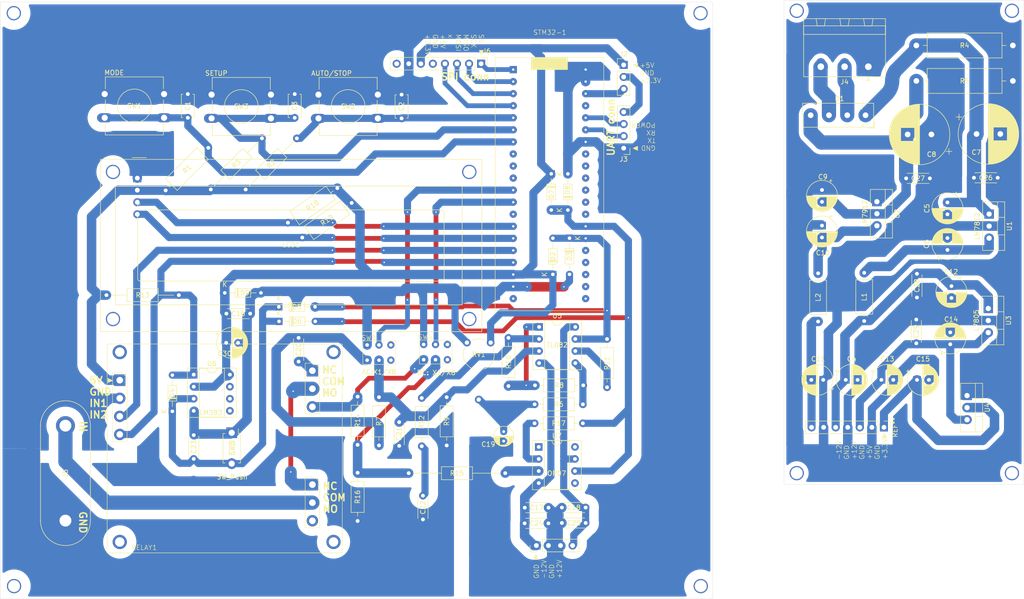
<source format=kicad_pcb>
(kicad_pcb (version 20240108) (generator "pcbnew") (generator_version "8.0")
  (layers (0 "F.Cu" signal) (31 "B.Cu" signal) (34 "B.Paste" user) (35 "F.Paste" user) (36 "B.SilkS" user "B.Silkscreen") (37 "F.SilkS" user "F.Silkscreen") (38 "B.Mask" user) (39 "F.Mask" user) (44 "Edge.Cuts" user))
  (net 0 "")
  (net 1 "Net-(RELAY1-COM1)")
  (net 2 "GND")
  (net 3 "/MODE")
  (net 4 "/AUTO_STOP")
  (net 5 "/SETUP")
  (net 6 "+3.3V")
  (net 7 "/RX3")
  (net 8 "/TX3")
  (net 9 "/SDA")
  (net 10 "/SCL")
  (net 11 "+5V")
  (net 13 "AC_MODE")
  (net 15 "Net-(SW5A-B)")
  (net 16 "/USB+")
  (net 18 "/ADC1_O")
  (net 19 "/MODE_PROTECT")
  (net 20 "/ADC2_O")
  (net 23 "/MOSI2")
  (net 24 "/USB-")
  (net 25 "/MISO2")
  (net 26 "/SCK2")
  (net 27 "/NSS2")
  (net 28 "Net-(J2-Pin_2)")
  (net 29 "+12V")
  (net 30 "-12V")
  (net 31 "Net-(SW5A-A)")
  (net 32 "DC_MODE")
  (net 33 "Net-(SW4A-B)")
  (net 34 "Net-(D1-+)")
  (net 35 "/MODE_CONT")
  (net 40 "/DC_RANGE")
  (net 42 "/AC_RANGE")
  (net 45 "Net-(U1-VO)")
  (net 46 "Net-(D1--)")
  (net 47 "Net-(U2-VO)")
  (net 48 "Net-(C19-Pad1)")
  (net 49 "Net-(D4-K)")
  (net 50 "Net-(J4-Pin_2)")
  (net 51 "Net-(J5-Pin_1)")
  (net 52 "Net-(U5A--)")
  (net 53 "Net-(U7-+)")
  (net 60 "Net-(C22-Pad2)")
  (net 61 "Net-(R10-Pad1)")
  (net 62 "Net-(U5B--)")
  (net 63 "Net-(U7--)")
  (net 68 "Net-(J4-Pin_3)")
  (net 70 "Net-(U5B-+)")
  (footprint "Capacitor_THT:C_Disc_D4.7mm_W2.5mm_P5.00mm" (layer "F.Cu") (at 82.827621 51.7825 90)
    (property "Reference" "C3")
    (property "Value" "0.1uF")
  )
  (footprint "Capacitor_THT:CP_Radial_D6.3mm_P2.50mm" (layer "F.Cu") (at 220.225 79.6175 90)
    (property "Reference" "C6")
    (property "Value" "10uF")
  )
  (footprint "Capacitor_THT:C_Disc_D4.3mm_W1.9mm_P5.00mm" (layer "F.Cu") (at 213.8 89.6425 90)
    (property "Reference" "C28")
    (property "Value" "0.1uF")
  )
  (footprint "Capacitor_THT:C_Disc_D4.3mm_W1.9mm_P5.00mm" (layer "F.Cu") (at 211.525 64.5425)
    (property "Reference" "C27")
    (property "Value" "0.1uF")
  )
  (footprint "Resistor_THT:R_Axial_DIN0207_L6.3mm_D2.5mm_P10.16mm_Horizontal" (layer "F.Cu") (at 114.817621 120.8025 90)
    (property "Reference" "R9")
    (property "Value" "10k")
  )
  (footprint "Resistor_THT:R_Axial_DIN0207_L6.3mm_D2.5mm_P10.16mm_Horizontal" (layer "F.Cu") (at 96.067621 110.5225 -90)
    (property "Reference" "R14")
    (property "Value" "68k")
  )
  (footprint "Capacitor_THT:CP_Radial_D12.5mm_P5.00mm" (layer "F.Cu") (at 226.351041 55.1925)
    (property "Reference" "C7")
    (property "Value" "4700uF")
  )
  (footprint "Resistor_THT:R_Axial_DIN0309_L9.0mm_D3.2mm_P12.70mm_Horizontal" (layer "F.Cu") (at 91.801616 66.60029 -145)
    (property "Reference" "R18")
    (property "Value" "10k")
  )
  (footprint "Diode_THT:D_DO-34_SOD68_P7.62mm_Horizontal" (layer "F.Cu") (at 140.667621 77.1425 -90)
    (property "Reference" "D3")
    (property "Value" "1N4728")
  )
  (footprint "Capacitor_THT:C_Disc_D4.7mm_W2.5mm_P5.00mm" (layer "F.Cu") (at 105.327621 51.9025 90)
    (property "Reference" "C2")
    (property "Value" "0.1uF")
  )
  (footprint "Button_Switch_THT:SW_PUSH-12mm" (layer "F.Cu") (at 42.827621 46.7825)
    (property "Reference" "SW1")
    (property "Value" "MODE")
  )
  (footprint "Resistor_THT:R_Axial_DIN0207_L6.3mm_D2.5mm_P10.16mm_Horizontal" (layer "F.Cu") (at 100.567621 110.6425 -90)
    (property "Reference" "R7")
    (property "Value" "30k")
  )
  (footprint "Diode_THT:D_DO-34_SOD68_P7.62mm_Horizontal" (layer "F.Cu") (at 136.827621 63.5875 -90)
    (property "Reference" "D7")
    (property "Value" "1N4728")
  )
  (footprint "Package_TO_SOT_THT:TO-220-3_Vertical" (layer "F.Cu") (at 228.817621 91.9525 -90)
    (property "Reference" "U3")
    (property "Value" "L7805")
  )
  (footprint "Package_DIP:DIP-8_W7.62mm_Socket" (layer "F.Cu") (at 61.567621 105.8925)
    (property "Reference" "U6")
    (property "Value" "LM393")
  )
  (footprint "Capacitor_THT:CP_Radial_D6.3mm_P2.50mm" (layer "F.Cu") (at 68.4 99.1925)
    (property "Reference" "C30")
    (property "Value" "10uF")
  )
  (footprint "Resistor_THT:R_Axial_DIN0207_L6.3mm_D2.5mm_P10.16mm_Horizontal" (layer "F.Cu") (at 133.317621 116.1425)
    (property "Reference" "R17")
    (property "Value" "22k")
  )
  (footprint "Capacitor_THT:C_Disc_D4.3mm_W1.9mm_P5.00mm" (layer "F.Cu") (at 139.067621 137.1425)
    (property "Reference" "C25")
    (property "Value" "0.1uF")
  )
  (footprint "Connector_PinHeader_2.54mm:PinHeader_1x03_P2.54mm_Vertical" (layer "F.Cu") (at 152.067621 40.6425)
    (property "Reference" "J2")
    (property "Value" "Selec_power_uart")
  )
  (footprint "Connector_PinHeader_2.54mm:PinHeader_1x08_P2.54mm_Vertical" (layer "F.Cu") (at 122.067621 40.3925 -90)
    (property "Reference" "J6")
    (property "Value" "SPI conn")
  )
  (footprint "Inductor_THT:L_Axial_L7.0mm_D3.3mm_P10.16mm_Horizontal_Fastron_MICC" (layer "F.Cu") (at 193 84.5425 -90)
    (property "Reference" "L2")
    (property "Value" "1mH")
  )
  (footprint "Connector_PinHeader_2.54mm:PinHeader_1x04_P2.54mm_Vertical" (layer "F.Cu") (at 152.067621 58.1825 180)
    (property "Reference" "J3")
    (property "Value" "UART conn")
  )
  (footprint "Button_Switch_THT:SW_PUSH-12mm" (layer "F.Cu") (at 87.827621 46.9025)
    (property "Reference" "SW2")
    (property "Value" "AUTO/STOP")
  )
  (footprint "Package_DIP:DIP-8_W7.62mm_Socket" (layer "F.Cu") (at 134.267621 95.8425)
    (property "Reference" "U5")
    (property "Value" "TL082")
  )
  (footprint "Capacitor_THT:C_Disc_D4.3mm_W1.9mm_P5.00mm" (layer "F.Cu") (at 104.817621 120.8925 90)
    (property "Reference" "C21")
    (property "Value" "120pF")
  )
  (footprint "Oscillospcope_lib:Module_Relay5VDC" (layer "F.Cu") (at 91 101.1425 -90)
    (property "Reference" "RELAY1")
    (property "Value" "~")
  )
  (footprint "Capacitor_THT:CP_Radial_D6.3mm_P2.50mm" (layer "F.Cu") (at 194.067621 106.9925 180)
    (property "Reference" "C11")
    (property "Value" "1uF")
  )
  (footprint "Resistor_THT:R_Axial_DIN0207_L6.3mm_D2.5mm_P10.16mm_Horizontal" (layer "F.Cu") (at 127.817621 108.3025 90)
    (property "Reference" "R10")
    (property "Value" "22k")
  )
  (footprint "Button_Switch_THT:SW_PUSH_1P1T_6x3.5mm_H4.3_APEM_MJTP1243" (layer "F.Cu") (at 69.567621 118.1425 -90)
    (property "Reference" "SW6")
    (property "Value" "SW_Push")
  )
  (footprint "Capacitor_THT:CP_Radial_D6.3mm_P2.50mm" (layer "F.Cu") (at 206.317621 106.9925)
    (property "Reference" "C13")
    (property "Value" "1uF")
  )
  (footprint "Capacitor_THT:CP_Radial_D6.3mm_P2.50mm" (layer "F.Cu") (at 193.817621 74.4925 -90)
    (property "Reference" "C10")
    (property "Value" "10uF")
  )
  (footprint "Capacitor_THT:C_Disc_D4.3mm_W1.9mm_P5.00mm" (layer "F.Cu") (at 109.817621 136.3925 90)
    (property "Reference" "C22")
    (property "Value" "1uF")
  )
  (footprint "Package_TO_SOT_THT:TO-220-3_Vertical" (layer "F.Cu") (at 227.62 112.8425 -90)
    (property "Reference" "U4")
    (property "Value" "LM1117T" (hide yes))
  )
  (footprint "Capacitor_THT:C_Disc_D4.3mm_W1.9mm_P5.00mm" (layer "F.Cu") (at 61.567621 123.6425 90)
    (property "Reference" "C23")
    (property "Value" "1uF")
  )
  (footprint "Capacitor_THT:CP_Radial_D12.5mm_P5.00mm" (layer "F.Cu") (at 216.85 55.2925 180)
    (property "Reference" "C8")
    (property "Value" "4700uF")
  )
  (footprint "Connector:Banana_Jack_2Pin" (layer "F.Cu") (at 34.567621 116.6425 -90)
    (property "Reference" "J5")
    (property "Value" "IN")
  )
  (footprint "Capacitor_THT:CP_Radial_D6.3mm_P2.50mm" (layer "F.Cu") (at 193.817621 66.9925 -90)
    (property "Reference" "C9")
    (property "Value" "1uF")
  )
  (footprint "Oscillospcope_lib:switch_02_3x2.5mm" (layer "F.Cu") (at 97.167621 103.7425 90)
    (property "Reference" "SW5")
    (property "Value" "AC:X1/X8")
  )
  (footprint "Connector_PinHeader_2.54mm:PinHeader_1x04_P2.54mm_Vertical" (layer "F.Cu") (at 133.697621 141.8925 90)
    (property "Reference" "REF**" (hide yes))
    (property "Value" "In_Put_12V")
  )
  (footprint "Diode_THT:D_DO-34_SOD68_P7.62mm_Horizontal" (layer "F.Cu") (at 79.525 94.6675)
    (property "Reference" "D6")
    (property "Value" "1N4148")
  )
  (footprint "Diode_THT:D_DO-34_SOD68_P7.62mm_Horizontal" (layer "F.Cu") (at 79.485 91.6175)
    (property "Reference" "D5")
    (property "Value" "1N4148")
  )
  (footprint "Resistor_THT:R_Axial_DIN0516_L15.5mm_D5.0mm_P20.32mm_Horizontal" (layer "F.Cu") (at 213.675 44.0175)
    (property "Reference" "R5")
    (property "Value" "5.6k/2W")
  )
  (footprint "Oscillospcope_lib:Kit_STM32F103C8T6" (layer "F.Cu") (at 136.447621 41.6225)
    (property "Reference" "STM32-1")
    (property "Value" "~")
  )
  (footprint "Resistor_THT:R_Axial_DIN0207_L6.3mm_D2.5mm_P10.16mm_Horizontal" (layer "F.Cu") (at 109.567621 110.8125 -90)
    (property "Reference" "R12")
    (property "Value" "10k")
  )
  (footprint "Capacitor_THT:C_Disc_D4.3mm_W1.9mm_P5.00mm" (layer "F.Cu") (at 139.067621 133.8925)
    (property "Reference" "C18")
    (property "Value" "0.1uF")
  )
  (footprint "Capacitor_THT:CP_Radial_D4.0mm_P2.00mm" (layer "F.Cu") (at 126.817621 117.8925 -90)
    (property "Reference" "C19")
    (property "Value" "10uF")
  )
  (footprint "Capacitor_THT:CP_Radial_D6.3mm_P2.50mm" (layer "F.Cu") (at 213.817621 106.9925)
    (property "Reference" "C15")
    (property "Value" "1uF")
  )
  (footprint "Connector_Phoenix_MSTB:PhoenixContact_MSTBA_2,5_3-G_1x03_P5.00mm_Horizontal" (layer "F.Cu") (at 203.567621 41.02 180)
    (property "Reference" "J4")
    (property "Value" "VOL_IN")
  )
  (footprint "Diode_THT:D_DO-34_SOD68_P7.62mm_Horizontal" (layer "F.Cu") (at 57.075 113.6175 90)
    (property "Reference" "D4")
    (property "Value" "1N4148")
  )
  (footprint "Oscillospcope_lib:switch_02_3x2.5mm" (layer "F.Cu") (at 109.067621 103.6425 90)
    (property "Reference" "SW4")
    (property "Value" "DC: X1/X8")
  )
  (footprint "Capacitor_THT:C_Disc_D4.3mm_W1.9mm_P5.00mm" (layer "F.Cu") (at 83.65 103.1425 90)
    (property "Reference" "C20")
    (property "Value" "0.1uF")
  )
  (footprint "Resistor_THT:R_Axial_DIN0309_L9.0mm_D3.2mm_P12.70mm_Horizontal" (layer "F.Cu") (at 55.659872 67.082628 45)
    (property "Reference" "R1")
    (property "Value" "10k")
  )
  (footprint "Diode_THT:D_DO-34_SOD68_P7.62mm_Horizontal" (layer "F.Cu") (at 137.167621 84.7725 90)
    (property "Reference" "D2")
    (property "Value" "1N4728")
  )
  (footprint "Capacitor_THT:CP_Radial_D6.3mm_P2.50mm" (layer "F.Cu") (at 198.817621 106.9925)
    (property "Reference" "C4")
    (property "Value" "1uF")
  )
  (footprint "Capacitor_THT:C_Disc_D4.7mm_W2.5mm_P5.00mm" (layer "F.Cu") (at 60.327621 51.7825 90)
    (property "Reference" "C1")
    (property "Value" "0.1uF")
  )
  (footprint "Diode_THT:Diode_Bridge_Vishay_KBPM" (layer "F.Cu") (at 202.9825 51.2425 180)
    (property "Reference" "D1")
    (property "Value" "W01G")
  )
  (footprint "Capacitor_THT:C_Disc_D4.3mm_W1.9mm_P5.00mm" (layer "F.Cu") (at 213.669302 94.290825 -90)
    (property "Reference" "C29")
    (property "Value" "0.1uF")
  )
  (footprint "Capacitor_THT:C_Disc_D4.3mm_W1.9mm_P5.00mm" (layer "F.Cu") (at 131.225 137.2175)
    (property "Reference" "C24")
    (property "Value" "0.1uF")
  )
  (footprint "Capacitor_THT:CP_Radial_D6.3mm_P2.50mm" (layer "F.Cu") (at 220.225 69.6175 -90)
    (property "Reference" "C5")
    (property "Value" "1uF")
  )
  (footprint "Package_TO_SOT_THT:TO-220-3_Vertical" (layer "F.Cu") (at 205.372621 69.4525 -90)
    (property "Reference" "U2")
    (property "Value" "LM7912")
  )
  (footprint "Resistor_THT:R_Axial_DIN0207_L6.3mm_D2.5mm_P10.16mm_Horizontal" (layer "F.Cu") (at 143.487621 112.1425 180)
    (property "Reference" "R6")
    (property "Value" "10k")
  )
  (footprint "Diode_THT:D_DO-34_SOD68_P7.62mm_Horizontal" (layer "F.Cu") (at 68.105 88.6675)
    (property "Reference" "D9")
    (property "Value" "1N4733")
  )
  (footprint "Capacitor_THT:C_Disc_D4.3mm_W1.9mm_P5.00mm" (layer "F.Cu") (at 230.8 64.4175 180)
    (property "Reference" "C26")
    (property "Value" "0.1uF")
  )
  (footprint "Capacitor_THT:C_Disc_D4.3mm_W1.9mm_P5.00mm" (layer "F.Cu") (at 131.25 133.9175)
    (property "Reference" "C17")
    (property "Value" "0.1uF")
  )
  (footprint "Capacitor_THT:CP_Radial_D6.3mm_P2.50mm" (layer "F.Cu") (at 220.817621 99.4925 90)
    (property "Reference" "C14")
    (property "Value" "1uF")
  )
  (footprint "Package_DIP:DIP-8_W7.62mm_Socket" (layer "F.Cu") (at 134.197621 121.1225)
    (property "Reference" "U7")
    (property "Value" "OP07")
  )
  (footprint "Inductor_THT:L_Axial_L7.0mm_D3.3mm_P10.16mm_Horizontal_Fastron_MICC" (layer "F.Cu") (at 202.7 84.4425 -90)
    (property "Reference" "L1")
    (property "Value" "1mH")
  )
  (footprint "Oscillospcope_lib:LCD-I2C" (layer "F.Cu") (at 41.827621 60.4325)
    (property "Reference" "LCD1")
    (property "Value" "~")
  )
  (footprint "Potentiometer_THT:Potentiometer_Piher_PT-6-V_Vertical" (layer "F.Cu") (at 119.067621 99.1425 -90)
    (property "Reference" "RV1")
    (property "Value" "10K")
  )
  (footprint "Package_TO_SOT_THT:TO-220-3_Vertical" (layer "F.Cu") (at 229 72.0625 -90)
    (property "Reference" "U1")
    (property "Value" "LM7812")
  )
  (footprint "Resistor_THT:R_Axial_DIN0207_L6.3mm_D2.5mm_P10.16mm_Horizontal" (layer "F.Cu") (at 148.567621 98.3925 -90)
    (property "Reference" "R11")
    (property "Value" "22k")
  )
  (footprint "Resistor_THT:R_Axial_DIN0207_L6.3mm_D2.5mm_P10.16mm_Horizontal" (layer "F.Cu") (at 143.567621 108.1425 180)
    (property "Reference" "R8")
    (property "Value" "10k")
  )
  (footprint "Diode_THT:D_DO-34_SOD68_P7.62mm_Horizontal" (layer "F.Cu") (at 140.327621 71.2175 90)
    (property "Reference" "D8")
    (property "Value" "1N4728")
  )
  (footprint "Resistor_THT:R_Axial_DIN0207_L6.3mm_D2.5mm_P10.16mm_Horizontal" (layer "F.Cu") (at 96.067621 136.7225 90)
    (property "Reference" "R16")
    (property "Value" "10k")
  )
  (footprint "Resistor_THT:R_Axial_DIN0207_L6.3mm_D2.5mm_P15.24mm_Horizontal" (layer "F.Cu") (at 65.161846 66.880654 45)
    (property "Reference" "R3")
    (property "Value" "10k")
  )
  (footprint "Button_Switch_THT:SW_PUSH-12mm" (layer "F.Cu") (at 65.327621 46.9025)
    (property "Reference" "SW3")
    (property "Value" "SETUP")
  )
  (footprint "Connector_PinHeader_2.54mm:PinHeader_1x07_P2.54mm_Vertical" (layer "F.Cu") (at 206.857621 116.9925 -90)
    (property "Reference" "REF**")
    (property "Value" "Power_Supply_Conn")
  )
  (footprint "Resistor_THT:R_Axial_DIN0207_L6.3mm_D2.5mm_P15.24mm_Horizontal" (layer "F.Cu") (at 43.197621 89.1425)
    (property "Reference" "R13")
    (property "Value" "10k")
  )
  (footprint "Capacitor_THT:CP_Radial_D6.3mm_P2.50mm" (layer "F.Cu") (at 221.067621 87.2425 -90)
    (property "Reference" "C12")
    (property "Value" "1uF")
  )
  (footprint "Capacitor_THT:C_Disc_D4.3mm_W1.9mm_P5.00mm" (layer "F.Cu") (at 73.45 93.0425 180)
    (property "Reference" "C16")
    (property "Value" "0.1uF")
  )
  (footprint "Resistor_THT:R_Axial_DIN0516_L15.5mm_D5.0mm_P20.32mm_Horizontal" (layer "F.Cu") (at 213.675 36.5425)
    (property "Reference" "R4")
    (property "Value" "5.6k/2W")
  )
  (footprint "Resistor_THT:R_Axial_DIN0207_L6.3mm_D2.5mm_P15.24mm_Horizontal" (layer "F.Cu") (at 106.817621 126.6425)
    (property "Reference" "R15")
    (property "Value" "120")
  )
  (footprint "Resistor_THT:R_Axial_DIN0309_L9.0mm_D3.2mm_P12.70mm_Horizontal" (layer "F.Cu") (at 94.821616 69.72029 -145)
    (property "Reference" "R19")
    (property "Value" "10k")
  )
  (footprint "Resistor_THT:R_Axial_DIN0207_L6.3mm_D2.5mm_P15.24mm_Horizontal" (layer "F.Cu") (at 72.5 66.8925 45)
    (property "Reference" "R2")
    (property "Value" "10k")
  )
  (gr_poly (pts (xy 206.95 118.2425) (xy 206.475 119.1925) (xy 207.375 119.1925)) (stroke (width 0.1)) (fill solid) (layer "F.SilkS"))
  (gr_poly (pts (xy 133.6 143.7425) (xy 133.125 144.6925) (xy 134.025 144.6925)) (stroke (width 0.1)) (fill solid) (layer "F.SilkS"))
  (gr_poly (pts (xy 122.1 38.5175) (xy 122.575 37.5675) (xy 121.675 37.5675)) (stroke (width 0.1)) (fill solid) (layer "F.SilkS"))
  (gr_poly (pts (xy 44.475 107.1425) (xy 43.525 106.6675) (xy 43.525 107.5675)) (stroke (width 0.1)) (fill solid) (layer "F.SilkS"))
  (gr_poly (pts (xy 154.05 58.1925) (xy 155 58.6675) (xy 155 57.7675)) (stroke (width 0.1)) (fill solid) (layer "F.SilkS"))
  (gr_poly (pts (xy 154.1 40.6925) (xy 155.05 41.1675) (xy 155.05 40.2675)) (stroke (width 0.1)) (fill solid) (layer "F.SilkS"))
  (gr_rect (start 20.817621 27.3925) (end 170.817621 153.1425) (stroke (width 0.05)) (fill none) (layer "Edge.Cuts"))
  (gr_rect (start 185.817621 26.9925) (end 236.317621 128.9925) (stroke (width 0.05)) (fill none) (layer "Edge.Cuts"))
  (gr_text "+5V\nGND\n+3.3V" (at 155.4 42.3425 0) (layer "F.SilkS") (effects (font (size 1 1) (thickness 0.1)) (justify left)))
  (gr_text "GND\n-12V\nGND\n+12V" (at 136.125 148.9425 90) (layer "F.SilkS") (effects (font (size 1 1) (thickness 0.1)) (justify left)))
  (gr_text "IN" (at 38.3 115.4675 270) (layer "F.SilkS") (effects (font (size 1.5 1.5) (thickness 0.3) (bold yes)) (justify left)))
  (gr_text "SPI conn" (at 113.45 44.0175 0) (layer "F.SilkS") (effects (font (size 1.5 1.5) (thickness 0.3) (bold yes)) (justify left bottom)))
  (gr_text "5V\nGND\nIN1\nIN2" (at 39.45 110.7175 0) (layer "F.SilkS") (effects (font (size 1.5 1.5) (thickness 0.3) (bold yes)) (justify left)))
  (gr_text "GND\nTX\nRX\nPOWER" (at 158.85 55.7175 180) (layer "F.SilkS") (effects (font (size 1 1) (thickness 0.1)) (justify left)))
  (gr_text "-12V\nGND\n+12V\nGND\n+5V\nGND\n+3.3V" (at 202.225 123.8425 90) (layer "F.SilkS") (effects (font (size 1 1) (thickness 0.1)) (justify left)))
  (gr_text "NC\nCOM\nNO" (at 88.55 131.7925 0) (layer "F.SilkS") (effects (font (size 1.5 1.5) (thickness 0.3) (bold yes)) (justify left)))
  (gr_text "UART conn" (at 150.267621 59.9825 90) (layer "F.SilkS") (effects (font (size 1.5 1.5) (thickness 0.3) (bold yes)) (justify left bottom)))
  (gr_text "GND" (at 38.25 134.5425 270) (layer "F.SilkS") (effects (font (size 1.5 1.5) (thickness 0.3) (bold yes)) (justify left)))
  (gr_text "SS\nSCK\nMISO\nMOSI\nx\n+5V\nGND\n+3.3V" (at 116.45 34.0925 270) (layer "F.SilkS") (effects (font (size 1 1) (thickness 0.1)) (justify left)))
  (gr_text "NC\nCOM\nNO" (at 88.425 107.3175 0) (layer "F.SilkS") (effects (font (size 1.5 1.5) (thickness 0.3) (bold yes)) (justify left)))
  (via (at 168.25 29.7425) (size 3) (drill 2.5) (layers "F.Cu" "B.Cu") (net 0))
  (via (at 233.8 29.2425) (size 3) (drill 2.5) (layers "F.Cu" "B.Cu") (net 0))
  (via (at 23.7 29.7425) (size 3) (drill 2.5) (layers "F.Cu" "B.Cu") (net 0))
  (via (at 233.8 126.6425) (size 3) (drill 2.5) (layers "F.Cu" "B.Cu") (net 0))
  (via (at 23.75 150.4425) (size 3) (drill 2.5) (layers "F.Cu" "B.Cu") (net 0))
  (via (at 188.5 29.2425) (size 3) (drill 2.5) (layers "F.Cu" "B.Cu") (net 0))
  (via (at 168.3 150.4425) (size 3) (drill 2.5) (layers "F.Cu" "B.Cu") (net 0))
  (via (at 188.5 126.6425) (size 3) (drill 2.5) (layers "F.Cu" "B.Cu") (net 0))
  (segment (start 82 126.3925) (end 82 109.8925) (width 1) (layer "F.Cu") (net 1))
  (segment (start 82 109.8925) (end 82.5 109.3925) (width 1) (layer "F.Cu") (net 1))
  (via (at 82 126.3925) (size 0.6) (drill 0.3) (layers "F.Cu" "B.Cu") (net 1))
  (via (at 82.5 109.3925) (size 0.6) (drill 0.3) (layers "F.Cu" "B.Cu") (net 1))
  (segment (start 82 128.1425) (end 82 126.3925) (width 2.5) (layer "B.Cu") (net 1))
  (segment (start 82.75 128.8925) (end 82 128.1425) (width 2.5) (layer "B.Cu") (net 1))
  (segment (start 86.55 129.0565) (end 82.914 129.0565) (width 2.5) (layer "B.Cu") (net 1))
  (segment (start 82.914 129.0565) (end 82.75 128.8925) (width 2.5) (layer "B.Cu") (net 1))
  (segment (start 83.026 108.8665) (end 82.5 109.3925) (width 3) (layer "B.Cu") (net 1))
  (segment (start 82 126.3925) (end 82 126.4425) (width 2) (layer "B.Cu") (net 1))
  (segment (start 86.55 108.8665) (end 83.026 108.8665) (width 3) (layer "B.Cu") (net 1))
  (segment (start 131.75 87.3925) (end 139.5 87.3925) (width 2) (layer "F.Cu") (net 2))
  (via (at 131.75 87.3925) (size 0.6) (drill 0.3) (layers "F.Cu" "B.Cu") (net 2))
  (via (at 139.5 87.3925) (size 0.6) (drill 0.3) (layers "F.Cu" "B.Cu") (net 2))
  (segment (start 199.237621 123.405121) (end 199.237621 116.9925) (width 2) (layer "B.Cu") (net 2))
  (segment (start 195.175 105.935121) (end 194.117621 106.9925) (width 1.5) (layer "B.Cu") (net 2))
  (segment (start 197 82.9675) (end 197 95.1175) (width 2) (layer "B.Cu") (net 2))
  (segment (start 217.467621 105.8425) (end 217.467621 103.0425) (width 2) (layer "B.Cu") (net 2))
  (segment (start 216.676432 91.901311) (end 218.90881 91.901311) (width 2) (layer "B.Cu") (net 2))
  (segment (start 138.275 137.935121) (end 138.275 141.389879) (width 2) (layer "B.Cu") (net 2))
  (segment (start 202.35 123.4425) (end 204.317621 121.474879) (width 2) (layer "B.Cu") (net 2))
  (segment (start 109.967621 99.5425) (end 109.967621 88.274879) (width 1.5) (layer "B.Cu") (net 2))
  (segment (start 228.817621 94.4925) (end 233.625 94.4925) (width 2) (layer "B.Cu") (net 2))
  (segment (start 158.567621 54.0325) (end 154.417621 58.1825) (width 2) (layer "B.Cu") (net 2))
  (segment (start 131.7 87.3425) (end 131.75 87.3925) (width 2) (layer "B.Cu") (net 2))
  (segment (start 216.525 64.5425) (end 215.575 65.4925) (width 2) (layer "B.Cu") (net 2))
  (segment (start 205.475 78.9925) (end 200.975 78.9925) (width 2) (layer "B.Cu") (net 2))
  (segment (start 109.967621 88.274879) (end 110.55 87.6925) (width 1.5) (layer "B.Cu") (net 2))
  (segment (start 111.907621 117.8925) (end 114.817621 120.8025) (width 1.5) (layer "B.Cu") (net 2))
  (segment (start 187.317621 68.4925) (end 187.317621 67.2425) (width 2) (layer "B.Cu") (net 2))
  (segment (start 107.85 117.8925) (end 111.907621 117.8925) (width 1.5) (layer "B.Cu") (net 2))
  (segment (start 138.35 142.480121) (end 138.35 145.869803) (width 2) (layer "B.Cu") (net 2))
  (segment (start 205.372621 68.265121) (end 204.1 66.9925) (width 2) (layer "B.Cu") (net 2))
  (segment (start 136.825 141.305121) (end 136.237621 141.8925) (width 2) (layer "B.Cu") (net 2))
  (segment (start 141.587621 41.6225) (end 140.327621 42.8825) (width 2) (layer "B.Cu") (net 2))
  (segment (start 156.317621 34.1425) (end 109.567621 34.1425) (width 2) (layer "B.Cu") (net 2))
  (segment (start 34.567621 136.6425) (end 43.817621 145.8925) (width 1.5) (layer "B.Cu") (net 2))
  (segment (start 146.287621 56.8625) (end 144.067621 56.8625) (width 2) (layer "B.Cu") (net 2))
  (segment (start 117.2 88.3425) (end 125.8 88.3425) (width 2) (layer "B.Cu") (net 2))
  (segment (start 98.067621 88.824879) (end 98.067621 99.6425) (width 2) (layer "B.Cu") (net 2))
  (segment (start 203.567621 41.02) (end 203.567621 36.6925) (width 2) (layer "B.Cu") (net 2))
  (segment (start 136.825 137.8175) (end 136.825 141.305121) (width 2) (layer "B.Cu") (net 2))
  (segment (start 208.817621 108.5925) (end 204.317621 113.0925) (width 1.7) (layer "B.Cu") (net 2))
  (segment (start 218.817621 91.9925) (end 221.067621 89.7425) (width 2) (layer "B.Cu") (net 2))
  (segment (start 136.225 137.2175) (end 136.825 137.8175) (width 2) (layer "B.Cu") (net 2))
  (segment (start 109.487621 136.7225) (end 109.817621 136.3925) (width 1.5) (layer "B.Cu") (net 2))
  (segment (start 69.567621 118.1425) (end 69.317621 118.3925) (width 1.5) (layer "B.Cu") (net 2))
  (segment (start 72.8 93.6925) (end 73.45 93.0425) (width 2) (layer "B.Cu") (net 2))
  (segment (start 217.467621 103.0425) (end 217.117621 102.6925) (width 2) (layer "B.Cu") (net 2))
  (segment (start 187.317621 120.585121) (end 190.175 123.4425) (width 2) (layer "B.Cu") (net 2))
  (segment (start 187.342621 74.3425) (end 187.317621 74.3175) (width 2) (layer "B.Cu") (net 2))
  (segment (start 119.067621 99.1425) (end 116.577101 96.65198) (width 1.5) (layer "B.Cu") (net 2))
  (segment (start 98.55 88.3425) (end 98.067621 88.824879) (width 2) (layer "B.Cu") (net 2))
  (segment (start 220.5 73.9425) (end 220.225 74.2175) (width 2) (layer "B.Cu") (net 2))
  (segment (start 228.995 74.5625) (end 221.12 74.5625) (width 2) (layer "B.Cu") (net 2))
  (segment (start 125.8 88.3425) (end 126.8 87.3425) (width 2) (layer "B.Cu") (net 2))
  (segment (start 207.635242 124.7925) (end 204.317621 121.474879) (width 2) (layer "B.Cu") (net 2))
  (segment (start 136.25 133.9175) (end 136.9 134.5675) (width 2) (layer "B.Cu") (net 2))
  (segment (start 106.189194 87.6925) (end 110.55 87.6925) (width 2) (layer "B.Cu") (net 2))
  (segment (start 213.117621 102.6925) (end 208.817621 106.9925) (width 2) (layer "B.Cu") (net 2))
  (segment (start 234.817621 119.774879) (end 234.817621 93.299879) (width 2) (layer "B.Cu") (net 2))
  (segment (start 76.05 88.3425) (end 105.539194 88.3425) (width 2) (layer "B.Cu") (net 2))
  (segment (start 27.25 45.8925) (end 28.14 46.7825) (width 2) (layer "B.Cu") (net 2))
  (segment (start 233.625 94.4925) (end 234.817621 93.299879) (width 2) (layer "B.Cu") (net 2))
  (segment (start 104.817621 120.8925) (end 104.85 120.8925) (width 1.5) (layer "B.Cu") (net 2))
  (segment (start 187.567621 66.9925) (end 193.817621 66.9925) (width 2) (layer "B.Cu") (net 2))
  (segment (start 231.867621 32.5425) (end 234.15 34.824879) (width 2) (layer "B.Cu") (net 2))
  (segment (start 49.697621 64.4925) (end 49.697621 61.2725) (width 2) (layer "B.Cu") (net 2))
  (segment (start 194.067621 106.9925) (end 194.067621 116.9025) (width 1.7) (layer "B.Cu") (net 2))
  (segment (start 194.067621 116.9025) (end 194.157621 116.9925) (width 1.7) (layer "B.Cu") (net 2))
  (segment (start 142.847621 56.8625) (end 144.067621 56.8625) (width 2) (layer "B.Cu") (net 2))
  (segment (start 69.567621 118.1425) (end 70 118.1425) (width 2) (layer "B.Cu") (net 2))
  (segment (start 120.3 120.9425) (end 120.3 143.9425) (width 1.5) (layer "B.Cu") (net 2))
  (segment (start 72.8 115.3425) (end 72.8 93.6925) (width 2) (layer "B.Cu") (net 2))
  (segment (start 61.817621 118.3925) (end 61.567621 118.6425) (width 1.5) (layer "B.Cu") (net 2))
  (segment (start 120.3 143.9425) (end 122.312621 145.955121) (width 1.5) (layer "B.Cu") (net 2))
  (segment (start 203.567621 36.6925) (end 207.717621 32.5425) (width 2) (layer "B.Cu") (net 2))
  (segment (start 217.117621 102.6925) (end 213.117621 102.6925) (width 2) (layer "B.Cu") (net 2))
  (segment (start 138.777621 141.8925) (end 139.067621 141.6025) (width 1) (layer "B.Cu") (net 2))
  (segment (start 138.425 136.499879) (end 139.067621 137.1425) (width 2) (layer "B.Cu") (net 2))
  (segment (start 114.067621 136.3925) (end 109.817621 136.3925) (width 1.5) (layer "B.Cu") (net 2))
  (segment (start 220.225 74.9375) (end 220.225 77.1175) (width 2) (layer "B.Cu") (net 2))
  (segment (start 43.817621 145.8925) (end 96.067621 145.8925) (width 1.5) (layer "B.Cu") (net 2))
  (segment (start 214.675 69.7925) (end 205.475 78.9925) (width 2) (layer "B.Cu") (net 2))
  (segment (start 204.317621 113.0925) (end 204.317621 116.9925) (width 1.7) (layer "B.Cu") (net 2))
  (segment (start 70 118.1425) (end 72.8 115.3425) (width 2) (layer "B.Cu") (net 2))
  (segment (start 214.675 67.4675) (end 214.675 69.7925) (width 2) (layer "B.Cu") (net 2))
  (segment (start 228.817621 94.4925) (end 218.817621 94.4925) (width 2) (layer "B.Cu") (net 2))
  (segment (start 140.667621 84.7625) (end 140.667621 86.224879) (width 1.5) (layer "B.Cu") (net 2))
  (segment (start 114.817621 120.8025) (end 114.817621 135.6425) (width 1.5) (layer "B.Cu") (net 2))
  (segment (start 193.667621 74.3425) (end 187.342621 74.3425) (width 2) (layer "B.Cu") (net 2))
  (segment (start 211.7 94.610121) (end 211.817621 94.4925) (width 2) (layer "B.Cu") (net 2))
  (segment (start 136.237621 141.8925) (end 136.925 142.579879) (width 2) (layer "B.Cu") (net 2))
  (segment (start 187.317621 72.2425) (end 187.317621 68.4925) (width 2) (layer "B.Cu") (net 2))
  (segment (start 136.237621 145.955121) (end 136.659924 146.377424) (width 2) (layer "B.Cu") (net 2))
  (segment (start 28.23 110.8725) (end 27.25 109.8925) (width 2) (layer "B.Cu") (net 2))
  (segment (start 193.45 32.5425) (end 187.317621 38.674879) (width 2) (layer "B.Cu") (net 2))
  (segment (start 204.317621 121.474879) (end 204.317621 116.9925) (width 2) (layer "B.Cu") (net 2))
  (segment (start 138.35 145.869803) (end 138.857621 146.377424) (width 2) (layer "B.Cu") (net 2))
  (segment (start 147.607621 58.1825) (end 146.287621 56.8625) (width 2) (layer "B.Cu") (net 2))
  (segment (start 194.175 123.4425) (end 194.157621 123.425121) (width 2) (layer "B.Cu") (net 2))
  (segment (start 158.567621 36.3925) (end 156.317621 34.1425) (width 2) (layer "B.Cu") (net 2))
  (segment (start 211.7 94.9175) (end 211.7 94.6425) (width 1.7) (layer "B.Cu") (net 2))
  (segment (start 138.857621 141.9725) (end 138.35 142.480121) (width 2) (layer "B.Cu") (net 2))
  (segment (start 207.717621 32.5425) (end 193.45 32.5425) (width 2) (layer "B.Cu") (net 2))
  (segment (start 229 74.5675) (end 228.995 74.5625) (width 2) (layer "B.Cu") (net 2))
  (segment (start 136.9 136.5425) (end 136.225 137.2175) (width 2) (layer "B.Cu") (net 2))
  (segment (start 220.225 72.1175) (end 220.225 74.9375) (width 2) (layer "B.Cu") (net 2))
  (segment (start 211.817621 94.4925) (end 220.817621 94.4925) (width 2) (layer "B.Cu") (net 2))
  (segment (start 144.067621 41.6225) (end 141.587621 41.6225) (width 2) (layer "B.Cu") (net 2))
  (segment (start 229.8 124.7925) (end 207.635242 124.7925) (width 2) (layer "B.Cu") (net 2))
  (segment (start 187.317621 72.7425) (end 187.317621 120.585121) (width 2) (layer "B.Cu") (net 2))
  (segment (start 234.817621 73.8625) (end 234.817621 55.1925) (width 2) (layer "B.Cu") (net 2))
  (segment (start 199.237621 110.6725) (end 199.237621 116.9925) (width 1.7) (layer "B.Cu") (net 2))
  (segment (start 194.157621 123.425121) (end 194.157621 116.9925) (width 2) (layer "B.Cu") (net 2))
  (segment (start 211.7 94.6425) (end 211.7 94.610121) (width 2) (layer "B.Cu") (net 2))
  (segment (start 216.525 64.5425) (end 216.525 55.6175) (width 2) (layer "B.Cu") (net 2))
  (segment (start 234.817621 75.3425) (end 234.077621 74.6025) (width 2) (layer "B.Cu") (net 2))
  (segment (start 215.575 65.4925) (end 215.575 66.5675) (width 2) (layer "B.Cu") (net 2))
  (segment (start 140.327621 42.8825) (end 140.327621 59.3825) (width 2) (layer "B.Cu") (net 2))
  (segment (start 96.067621 145.8925) (end 96.067621 136.7225) (width 1.5) (layer "B.Cu") (net 2))
  (segment (start 138.275 141.389879) (end 138.777621 141.8925) (width 2) (layer "B.Cu") (net 2))
  (segment (start 105.539194 88.3425) (end 106.189194 87.6925) (width 2) (layer "B.Cu") (net 2))
  (segment (start 234.077621 74.6025) (end 229 74.6025) (width 2) (layer "B.Cu") (net 2))
  (segment (start 220.817621 94.4925) (end 220.817621 96.9925) (width 2) (layer "B.Cu") (net 2))
  (segment (start 214.417621 89.6425) (end 216.676432 91.901311) (width 2) (layer "B.Cu") (net 2))
  (segment (start 136.925 145.267742) (end 136.237621 145.955121) (width 2) (layer "B.Cu") (net 2))
  (segment (start 158.567621 140.8925) (end 158.567621 54.0325) (width 2) (layer "B.Cu") (net 2))
  (segment (start 187.317621 67.2425) (end 187.567621 66.9925) (width 2) (layer "B.Cu") (net 2))
  (segment (start 152.067621 58.1825) (end 147.607621 58.1825) (width 2) (layer "B.Cu") (net 2))
  (segment (start 215.575 66.5675) (end 214.675 67.4675) (width 2) (layer "B.Cu") (net 2))
  (segment (start 109.567621 34.1425) (end 33 34.1425) (width 2) (layer "B.Cu") (net 2))
  (segment (start 140.667621 86.224879) (end 139.5 87.3925) (width 1.5) (layer "B.Cu") (net 2))
  (segment (start 75.725 88.6675) (end 76.05 88.3425) (width 2) (layer "B.Cu") (net 2))
  (segment (start 205.372621 69.4525) (end 205.372621 68.265121) (width 2) (layer "B.Cu") (net 2))
  (segment (start 201.317621 108.5925) (end 199.237621 110.6725) (width 1.7) (layer "B.Cu") (net 2))
  (segment (start 126.8 87.3425) (end 128.827621 87.3425) (width 2) (layer "B.Cu") (net 2))
  (segment (start 136.659924 146.377424) (end 138.857621 146.377424) (width 2) (layer "B.Cu") (net 2))
  (segment (start 234.077621 74.6025) (end 234.817621 73.8625) (width 2) (layer "B.Cu") (net 2))
  (segment (start 100.327621 46.9025) (end 42.947621 46.9025) (width 2) (layer "B.Cu") (net 2))
  (segment (start 74.495 88.6475) (end 75.495 88.6475) (width 2) (layer "B.Cu") (net 2))
  (segment (start 61.65 118.560121) (end 61.567621 118.6425) (width 1.5) (layer "B.Cu") (net 2))
  (segment (start 197 95.1175) (end 195.175 96.9425) (width 2) (layer "B.Cu") (net 2))
  (segment (start 106.827621 40.3925) (end 106.827621 45.4025) (width 2) (layer "B.Cu") (net 2))
  (segment (start 136.9 134.5675) (end 136.9 136.5425) (width 2) (layer "B.Cu") (net 2))
  (segment (start 122.312621 145.955121) (end 136.237621 145.955121) (width 1.5) (layer "B.Cu") (net 2))
  (segment (start 73.45 93.0425) (end 73.45 89.6925) (width 2) (layer "B.Cu") (net 2))
  (segment (start 201.317621 105.299879) (end 211.7 94.9175) (width 1.7) (layer "B.Cu") (net 2))
  (segment (start 139.067621 137.1425) (end 138.275 137.935121) (width 2) (layer "B.Cu") (net 2))
  (segment (start 106.827621 36.8825) (end 106.827621 40.3925) (width 2) (layer "B.Cu") (net 2))
  (segment (start 234.817621 55.1925) (end 231.351041 55.1925) (width 2) (layer "B.Cu") (net 2))
  (segment (start 154.417621 58.1825) (end 152.067621 58.1825) (width 2) (layer "B.Cu") (net 2))
  (segment (start 128.827621 87.3425) (end 131.7 87.3425) (width 2) (layer "B.Cu") (net 2))
  (segment (start 158.567621 54.0325) (end 158.567621 36.3925) (width 2) (layer "B.Cu") (net 2))
  (segment (start 49.697621 61.2725) (end 46.317621 57.8925) (width 2) (layer "B.Cu") (net 2))
  (segment (start 73.45 89.6925) (end 74.495 88.6475) (width 2) (layer "B.Cu") (net 2))
  (segment (start 140.327621 63.5975) (end 140.327621 59.3825) (width 2) (layer "B.Cu") (net 2))
  (segment (start 221.12 74.5625) (end 220.5 73.9425) (width 2) (layer "B.Cu") (net 2))
  (segment (start 46.317621 57.8925) (end 28.25 57.8925) (width 2) (layer "B.Cu") (net 2))
  (segment (start 61.65 113.594879) (end 61.65 118.560121) (width 2) (layer "B.Cu") (net 2))
  (segment (start 207.717621 32.5425) (end 231.867621 32.5425) (width 2) (layer "B.Cu") (net 2))
  (segment (start 70.9 99.1925) (end 72.7 99.1925) (width 1.5) (layer "B.Cu") (net 2))
  (segment (start 187.317621 38.674879) (end 187.317621 68.4925) (width 2) (layer "B.Cu") (net 2))
  (segment (start 27.25 129.324879) (end 34.567621 136.6425) (width 2) (layer "B.Cu") (net 2))
  (segment (start 234.817621 93.299879) (end 234.817621 75.3425) (width 2) (layer "B.Cu") (net 2))
  (segment (start 218.90881 91.901311) (end 221.067621 89.7425) (width 2) (layer "B.Cu") (net 2))
  (segment (start 61.567621 113.5125) (end 61.65 113.594879) (width 1.5) (layer "B.Cu") (net 2))
  (segment (start 216.525 55.6175) (end 216.85 55.2925) (width 2) (layer "B.Cu") (net 2))
  (segment (start 208.817621 106.9925) (end 208.817621 108.5925) (width 1.7) (layer "B.Cu") (net 2))
  (segment (start 200.975 78.9925) (end 197 82.9675) (width 2) (layer "B.Cu") (net 2))
  (segment (start 136.925 142.579879) (end 136.925 145.267742) (width 2) (layer "B.Cu") (net 2))
  (segment (start 229.8 124.7925) (end 234.817621 119.774879) (width 2) (layer "B.Cu") (net 2))
  (segment (start 204.1 66.9925) (end 193.817621 66.9925) (width 2) (layer "B.Cu") (net 2))
  (segment (start 121.35 119.8925) (end 120.3 120.9425) (width 1.5) (layer "B.Cu") (net 2))
  (segment (start 233.75 64.4175) (end 230.8 64.4175) (width 2) (layer "B.Cu") (net 2))
  (segment (start 96.067621 136.7225) (end 109.487621 136.7225) (width 1.5) (layer "B.Cu") (net 2))
  (segment (start 114.817621 135.6425) (end 114.067621 136.3925) (width 1.5) (layer "B.Cu") (net 2))
  (segment (start 116.577101 87.719601) (end 116.55 87.6925) (width 1.5) (layer "B.Cu") (net 2))
  (segment (start 234.15 34.824879) (end 234.15 54.524879) (width 2) (layer "B.Cu") (net 2))
  (segment (start 138.425 134.535121) (end 138.425 136.499879) (width 2) (layer "B.Cu") (net 2))
  (segment (start 199.275 123.4425) (end 199.237621 123.405121) (width 2) (layer "B.Cu") (net 2))
  (segment (start 100.327621 46.9025) (end 105.327621 46.9025) (width 2) (layer "B.Cu") (net 2))
  (segment (start 144.067621 44.1625) (end 144.067621 41.6225) (width 2) (layer "B.Cu") (net 2))
  (segment (start 220.225 74.2175) (end 220.225 74.9375) (width 2) (layer "B.Cu") (net 2))
  (segment (start 116.577101 96.65198) (end 116.577101 87.719601) (width 1.5) (layer "B.Cu") (net 2))
  (segment (start 139.067621 133.8925) (end 138.425 134.535121) (width 2) (layer "B.Cu") (net 2))
  (segment (start 153.067621 146.3925) (end 158.567621 140.8925) (width 2) (layer "B.Cu") (net 2))
  (segment (start 213.8 89.6425) (end 214.417621 89.6425) (width 2) (layer "B.Cu") (net 2))
  (segment (start 195.175 96.9425) (end 195.175 105.935121) (width 2) (layer "B.Cu") (net 2))
  (segment (start 109.567621 34.1425) (end 106.827621 36.8825) (width 2) (layer "B.Cu") (net 2))
  (segment (start 42.947621 46.9025) (end 42.827621 46.7825) (width 2) (layer "B.Cu") (net 2))
  (segment (start 201.317621 106.9925) (end 201.317621 105.299879) (width 1.7) (layer "B.Cu") (net 2))
  (segment (start 28.25 57.8925) (end 27.25 58.8925) (width 2) (layer "B.Cu") (net 2))
  (segment (start 234.15 54.524879) (end 234.817621 55.1925) (width 2) (layer "B.Cu") (net 2))
  (segment (start 116.55 87.6925) (end 117.2 88.3425) (width 2) (layer "B.Cu") (net 2))
  (segment (start 126.817621 119.8925) (end 121.35 119.8925) (width 1.5) (layer "B.Cu") (net 2))
  (segment (start 138.857621 146.377424) (end 138.872697 146.3925) (width 2) (layer "B.Cu") (net 2))
  (segment (start 69.317621 118.3925) (end 61.817621 118.3925) (width 2) (layer "B.Cu") (net 2))
  (segment (start 140.327621 59.3825) (end 142.847621 56.8625) (width 2) (layer "B.Cu") (net 2))
  (segment (start 104.85 120.8925) (end 107.85 117.8925) (width 1.5) (layer "B.Cu") (net 2))
  (segment (start 46 110.8725) (end 28.23 110.8725) (width 2) (layer "B.Cu") (net 2))
  (segment (start 218.817621 94.4925) (end 218.817621 91.9925) (width 2) (layer "B.Cu") (net 2))
  (segment (start 28.14 46.7825) (end 42.827621 46.7825) (width 2) (layer "B.Cu") (net 2))
  (segment (start 33 34.1425) (end 27.25 39.8925) (width 2) (layer "B.Cu") (net 2))
  (segment (start 138.777621 141.8925) (end 138.857621 141.9725) (width 1.5) (layer "B.Cu") (net 2))
  (segment (start 106.827621 45.4025) (end 105.327621 46.9025) (width 2) (layer "B.Cu") (net 2))
  (segment (start 138.872697 146.3925) (end 153.067621 146.3925) (width 2) (layer "B.Cu") (net 2))
  (segment (start 190.175 123.4425) (end 202.35 123.4425) (width 2) (layer "B.Cu") (net 2))
  (segment (start 27.25 39.8925) (end 27.25 129.324879) (width 2) (layer "B.Cu") (net 2))
  (segment (start 201.317621 106.9925) (end 201.317621 108.5925) (width 1.7) (layer "B.Cu") (net 2))
  (segment (start 139 137.210121) (end 139.067621 137.1425) (width 1.5) (layer "B.Cu") (net 2))
  (segment (start 110.55 87.6925) (end 116.55 87.6925) (width 2) (layer "B.Cu") (net 2))
  (segment (start 229 74.6025) (end 229 74.5675) (width 2) (layer "B.Cu") (net 2))
  (segment (start 216.317621 106.9925) (end 217.467621 105.8425) (width 2) (layer "B.Cu") (net 2))
  (segment (start 64.640128 60.215007) (end 64.640128 57.838701) (width 1.5) (layer "B.Cu") (net 3))
  (segment (start 64.640128 57.838701) (end 60.327621 53.526194) (width 1.5) (layer "B.Cu") (net 3))
  (segment (start 116.58 56.8625) (end 114.05 59.3925) (width 1.5) (layer "B.Cu") (net 3))
  (segment (start 99.817621 59.3925) (end 95.947621 63.2625) (width 1.5) (layer "B.Cu") (net 3))
  (segment (start 55.327621 51.7825) (end 60.327621 51.7825) (width 1.5) (layer "B.Cu") (net 3))
  (segment (start 95.947621 63.2625) (end 67.687621 63.2625) (width 1.5) (layer "B.Cu") (net 3))
  (segment (start 128.827621 56.8625) (end 116.58 56.8625) (width 1.5) (layer "B.Cu") (net 3))
  (segment (start 55.327621 51.7825) (end 42.827621 51.7825) (width 1.5) (layer "B.Cu") (net 3))
  (segment (start 114.05 59.3925) (end 99.817621 59.3925) (width 1.5) (layer "B.Cu") (net 3))
  (segment (start 60.327621 53.526194) (end 60.327621 51.7825) (width 1.5) (layer "B.Cu") (net 3))
  (segment (start 67.687621 63.2625) (end 64.640128 60.215007) (width 1.5) (layer "B.Cu") (net 3))
  (segment (start 100.327621 51.9025) (end 87.827621 51.9025) (width 1.5) (layer "B.Cu") (net 4))
  (segment (start 105.577621 51.9025) (end 105.697621 51.7825) (width 1.5) (layer "B.Cu") (net 4))
  (segment (start 105.327621 51.9025) (end 100.327621 51.9025) (width 1.5) (layer "B.Cu") (net 4))
  (segment (start 83.276307 56.116193) (end 84.013928 56.116193) (width 1.5) (layer "B.Cu") (net 4))
  (segment (start 105.327621 51.9025) (end 105.577621 51.9025) (width 1.5) (layer "B.Cu") (net 4))
  (segment (start 105.697621 51.7825) (end 128.827621 51.7825) (width 1.5) (layer "B.Cu") (net 4))
  (segment (start 87.827621 52.3025) (end 87.827621 51.9025) (width 1.5) (layer "B.Cu") (net 4))
  (segment (start 84.013928 56.116193) (end 87.827621 52.3025) (width 1.5) (layer "B.Cu") (net 4))
  (segment (start 96.567621 55.6425) (end 112.817621 55.6425) (width 1.5) (layer "B.Cu") (net 5))
  (segment (start 77.25 60.1925) (end 92.017621 60.1925) (width 1.5) (layer "B.Cu") (net 5))
  (segment (start 65.327621 51.9025) (end 77.827621 51.9025) (width 1.5) (layer "B.Cu") (net 5))
  (segment (start 71.405774 56.104347) (end 75.938153 56.104347) (width 1.5) (layer "B.Cu") (net 5))
  (segment (start 82.707621 51.9025) (end 82.827621 51.7825) (width 1.5) (layer "B.Cu") (net 5))
  (segment (start 92.017621 60.1925) (end 96.567621 55.6425) (width 1.5) (layer "B.Cu") (net 5))
  (segment (start 112.817621 55.6425) (end 114.137621 54.3225) (width 1.5) (layer "B.Cu") (net 5))
  (segment (start 65.327621 51.9025) (end 67.203927 51.9025) (width 1.5) (layer "B.Cu") (net 5))
  (segment (start 75.938153 56.104347) (end 75.938153 58.880653) (width 1.5) (layer "B.Cu") (net 5))
  (segment (start 67.203927 51.9025) (end 71.405774 56.104347) (width 1.5) (layer "B.Cu") (net 5))
  (segment (start 77.827621 51.9025) (end 82.707621 51.9025) (width 1.5) (layer "B.Cu") (net 5))
  (segment (start 114.137621 54.3225) (end 128.827621 54.3225) (width 1.5) (layer "B.Cu") (net 5))
  (segment (start 75.938153 58.880653) (end 77.25 60.1925) (width 1.5) (layer "B.Cu") (net 5))
  (segment (start 151.087621 46.7025) (end 152.067621 45.7225) (width 1.5) (layer "B.Cu") (net 6))
  (segment (start 144.067621 46.7025) (end 151.087621 46.7025) (width 1.5) (layer "B.Cu") (net 6))
  (segment (start 230.125 117.2425) (end 227.625 119.7425) (width 2) (layer "B.Cu") (net 6))
  (segment (start 228.4 112.8425) (end 230.125 114.5675) (width 2) (layer "B.Cu") (net 6))
  (segment (start 213.817621 115.260121) (end 213.817621 106.9925) (width 2) (layer "B.Cu") (net 6))
  (segment (start 210.90881 109.90131) (end 211.78381 109.02631) (width 1.7) (layer "B.Cu") (net 6))
  (segment (start 224.35 112.8425) (end 228.4 112.8425) (width 2) (layer "B.Cu") (net 6))
  (segment (start 213.81762 106.9925) (end 211.78381 109.02631) (width 1.7) (layer "B.Cu") (net 6))
  (segment (start 230.125 114.5675) (end 230.125 117.2425) (width 2) (layer "B.Cu") (net 6))
  (segment (start 206.857621 113.9525) (end 210.90881 109.90131) (width 1.7) (layer "B.Cu") (net 6))
  (segment (start 227.625 119.7425) (end 218.3 119.7425) (width 2) (layer "B.Cu") (net 6))
  (segment (start 206.857621 116.9925) (end 206.857621 113.9525) (width 1.7) (layer "B.Cu") (net 6))
  (segment (start 218.3 119.7425) (end 213.817621 115.260121) (width 2) (layer "B.Cu") (net 6))
  (segment (start 213.817621 106.9925) (end 213.81762 106.9925) (width 1.7) (layer "B.Cu") (net 6))
  (segment (start 148.207621 51.7825) (end 144.067621 51.7825) (width 1) (layer "B.Cu") (net 7))
  (segment (start 152.067621 53.1025) (end 149.527621 53.1025) (width 1) (layer "B.Cu") (net 7))
  (segment (start 149.527621 53.1025) (end 148.207621 51.7825) (width 1) (layer "B.Cu") (net 7))
  (segment (start 149.067621 55.6425) (end 147.747621 54.3225) (width 1) (layer "B.Cu") (net 8))
  (segment (start 152.067621 55.6425) (end 149.067621 55.6425) (width 1) (layer "B.Cu") (net 8))
  (segment (start 147.747621 54.3225) (end 144.067621 54.3225) (width 1) (layer "B.Cu") (net 8))
  (segment (start 91.593199 74.6525) (end 101.567621 74.6525) (width 1) (layer "F.Cu") (net 9))
  (segment (start 90.82541 73.884711) (end 91.593199 74.6525) (width 1) (layer "F.Cu") (net 9))
  (via (at 101.567621 74.6525) (size 0.6) (drill 0.3) (layers "F.Cu" "B.Cu") (net 9))
  (via (at 90.82541 73.884711) (size 0.6) (drill 0.3) (layers "F.Cu" "B.Cu") (net 9))
  (segment (start 101.567621 74.6525) (end 101.577621 74.6425) (width 1.5) (layer "B.Cu") (net 9))
  (segment (start 58.062211 73.884711) (end 53.75 69.5725) (width 1.5) (layer "B.Cu") (net 9))
  (segment (start 90.82541 73.884711) (end 58.062211 73.884711) (width 1.5) (layer "B.Cu") (net 9))
  (segment (start 53.75 69.5725) (end 49.697621 69.5725) (width 1.5) (layer "B.Cu") (net 9))
  (segment (start 101.577621 74.6425) (end 128.827621 74.6425) (width 1.5) (layer "B.Cu") (net 9))
  (segment (start 90.903199 77.1825) (end 101.567621 77.1825) (width 1) (layer "F.Cu") (net 10))
  (segment (start 90.72541 77.004711) (end 90.903199 77.1825) (width 1) (layer "F.Cu") (net 10))
  (via (at 101.567621 77.1825) (size 0.6) (drill 0.3) (layers "F.Cu" "B.Cu") (net 10))
  (via (at 90.72541 77.004711) (size 0.6) (drill 0.3) (layers "F.Cu" "B.Cu") (net 10))
  (segment (start 101.567621 77.1825) (end 128.827621 77.1825) (width 1.5) (layer "B.Cu") (net 10))
  (segment (start 51.48 72.1125) (end 49.697621 72.1125) (width 1.5) (layer "B.Cu") (net 10))
  (segment (start 56.372211 77.004711) (end 51.48 72.1125) (width 1.5) (layer "B.Cu") (net 10))
  (segment (start 90.72541 77.004711) (end 56.372211 77.004711) (width 1.5) (layer "B.Cu") (net 10))
  (segment (start 137.167621 91.224879) (end 137.167621 84.7725) (width 1.5) (layer "B.Cu") (net 11))
  (segment (start 68.45 99.1425) (end 68.4 99.1925) (width 2) (layer "B.Cu") (net 11))
  (segment (start 68.4 105.104879) (end 68.4 99.1925) (width 1.7) (layer "B.Cu") (net 11))
  (segment (start 220.817621 99.4925) (end 220.817621 114.260121) (width 1.7) (layer "B.Cu") (net 11))
  (segment (start 133.067621 67.574879) (end 133.067621 82.6925) (width 1.7) (layer "B.Cu") (net 11))
  (segment (start 110.817621 37.1425) (end 134.567621 37.1425) (width 1.7) (layer "B.Cu") (net 11))
  (segment (start 72.5 66.8925) (end 91.509406 66.8925) (width 2) (layer "B.Cu") (net 11))
  (segment (start 68.125 92.7175) (end 68.125 88.6875) (width 2) (layer "B.Cu") (net 11))
  (segment (start 41.567621 89.1425) (end 40.067621 87.6425) (width 2) (layer "B.Cu") (net 11))
  (segment (start 91.68 66.8225) (end 96.567621 71.710121) (width 2) (layer "B.Cu") (net 11))
  (segment (start 43.477621 107.0625) (end 46 107.0625) (width 2) (layer "B.Cu") (net 11))
  (segment (start 68.105 88.6675) (end 68.05 88.7225) (width 2) (layer "B.Cu") (net 11))
  (segment (start 40.067621 103.6525) (end 43.477621 107.0625) (width 2) (layer "B.Cu") (net 11))
  (segment (start 40.067621 90.6425) (end 40.067621 103.6525) (width 2) (layer "B.Cu") (net 11))
  (segment (start 124.067621 95.074879) (end 126.25 92.8925) (width 1.5) (layer "B.Cu") (net 11))
  (segment (start 221.94 115.3825) (end 224.35 115.3825) (width 1.7) (layer "B.Cu") (net 11))
  (segment (start 45.677621 67.0325) (end 49.697621 67.0325) (width 2) (layer "B.Cu") (net 11))
  (segment (start 91.509406 66.8925) (end 91.801616 66.60029) (width 2) (layer "B.Cu") (net 11))
  (segment (start 206.317621 104.6925) (end 206.317621 106.9925) (width 1.7) (layer "B.Cu") (net 11))
  (segment (start 68.01381 106.25631) (end 68.823811 106.25631) (width 1.7) (layer "B.Cu") (net 11))
  (segment (start 49.697621 67.0325) (end 55.609744 67.0325) (width 2) (layer "B.Cu") (net 11))
  (segment (start 55.609744 67.0325) (end 55.659872 67.082628) (width 2) (layer "B.Cu") (net 11))
  (segment (start 136.827621 63.814879) (end 133.067621 67.574879) (width 1.7) (layer "B.Cu") (net 11))
  (segment (start 68.105 86.8875) (end 68.105 88.6675) (width 2) (layer "B.Cu") (net 11))
  (segment (start 98.727621 84.8025) (end 128.827621 84.8025) (width 2) (layer "B.Cu") (net 11))
  (segment (start 40.067621 72.6425) (end 45.677621 67.0325) (width 2) (layer "B.Cu") (net 11))
  (segment (start 134.567621 37.1425) (end 148.567621 37.1425) (width 1.7) (layer "B.Cu") (net 11))
  (segment (start 213.870977 99.4925) (end 220.817621 99.4925) (width 1.7) (layer "B.Cu") (net 11))
  (segment (start 134.7 39.033116) (end 132.809384 37.1425) (width 1.7) (layer "B.Cu") (net 11))
  (segment (start 135.5 92.8925) (end 137.167621 91.224879) (width 1.5) (layer "B.Cu") (net 11))
  (segment (start 206.317621 106.9925) (end 201.777621 111.5325) (width 1.7) (layer "B.Cu") (net 11))
  (segment (start 124.067621 99.1425) (end 124.067621 95.074879) (width 1.5) (layer "B.Cu") (net 11))
  (segment (start 126.25 92.8925) (end 135.5 92.8925) (width 1.5) (layer "B.Cu") (net 11))
  (segment (start 68.823811 106.25631) (end 69.187621 105.8925) (width 1.7) (layer "B.Cu") (net 11))
  (segment (start 148.567621 37.1425) (end 152.067621 40.6425) (width 1.7) (layer "B.Cu") (net 11))
  (segment (start 226.357621 99.4925) (end 220.817621 99.4925) (width 1.7) (layer "B.Cu") (net 11))
  (segment (start 43.197621 89.1425) (end 41.567621 89.1425) (width 2) (layer "B.Cu") (net 11))
  (segment (start 68.01381 106.25631) (end 65.837621 108.4325) (width 1.7) (layer "B.Cu") (net 11))
  (segment (start 130.957621 84.8025) (end 128.827621 84.8025) (width 1.7) (layer "B.Cu") (net 11))
  (segment (start 68.125 88.6875) (end 68.105 88.6675) (width 2) (layer "B.Cu") (net 11))
  (segment (start 128.827621 84.8025) (end 128.857621 84.7725) (width 1.7) (layer "B.Cu") (net 11))
  (segment (start 228.817621 97.0325) (end 226.357621 99.4925) (width 1.7) (layer "B.Cu") (net 11))
  (segment (start 70.19 84.8025) (end 68.105 86.8875) (width 2) (layer "B.Cu") (net 11))
  (segment (start 220.817621 114.260121) (end 221.94 115.3825) (width 1.7) (layer "B.Cu") (net 11))
  (segment (start 134.7 61.459879) (end 134.7 39.033116) (width 1.7) (layer "B.Cu") (net 11))
  (segment (start 132.809384 37.1425) (end 134.567621 37.1425) (width 1.7) (layer "B.Cu") (net 11))
  (segment (start 211.517621 99.4925) (end 206.317621 104.6925) (width 1.7) (layer "B.Cu") (net 11))
  (segment (start 55.659872 67.082628) (end 64.959872 67.082628) (width 2) (layer "B.Cu") (net 11))
  (segment (start 69.187621 105.8925) (end 68.4 105.104879) (width 1.7) (layer "B.Cu") (net 11))
  (segment (start 96.567621 71.710121) (end 96.567621 82.6425) (width 2) (layer "B.Cu") (net 11))
  (segment (start 109.367621 40.3925) (end 109.367621 38.5925) (width 1.7) (layer "B.Cu") (net 11))
  (segment (start 136.827621 63.5875) (end 134.7 61.459879) (width 1.7) (layer "B.Cu") (net 11))
  (segment (start 64.959872 67.082628) (end 65.161846 66.880654) (width 2) (layer "B.Cu") (net 11))
  (segment (start 65.161846 66.880654) (end 65.173692 66.8925) (width 2) (layer "B.Cu") (net 11))
  (segment (start 213.669302 99.290825) (end 213.870977 99.4925) (width 1.7) (layer "B.Cu") (net 11))
  (segment (start 109.367621 38.5925) (end 110.817621 37.1425) (width 1.7) (layer "B.Cu") (net 11))
  (segment (start 65.173692 66.8925) (end 72.5 66.8925) (width 2) (layer "B.Cu") (net 11))
  (segment (start 213.917621 99.4925) (end 211.517621 99.4925) (width 1.7) (layer "B.Cu") (net 11))
  (segment (start 98.727621 84.8025) (end 70.19 84.8025) (width 2) (layer "B.Cu") (net 11))
  (segment (start 65.837621 108.4325) (end 61.567621 108.4325) (width 1.7) (layer "B.Cu") (net 11))
  (segment (start 68.45 93.0425) (end 68.45 99.1425) (width 2) (layer "B.Cu") (net 11))
  (segment (start 96.567621 82.6425) (end 98.727621 84.8025) (width 2) (layer "B.Cu") (net 11))
  (segment (start 68.45 93.0425) (end 68.125 92.7175) (width 2) (layer "B.Cu") (net 11))
  (segment (start 201.777621 111.5325) (end 201.777621 116.9925) (width 1.7) (layer "B.Cu") (net 11))
  (segment (start 128.857621 84.7725) (end 137.167621 84.7725) (width 1.7) (layer "B.Cu") (net 11))
  (segment (start 40.067621 87.6425) (end 40.067621 72.6425) (width 2) (layer "B.Cu") (net 11))
  (segment (start 136.827621 63.5875) (end 136.827621 63.814879) (width 1.7) (layer "B.Cu") (net 11))
  (segment (start 41.567621 89.1425) (end 40.067621 90.6425) (width 2) (layer "B.Cu") (net 11))
  (segment (start 133.067621 82.6925) (end 130.957621 84.8025) (width 1.7) (layer "B.Cu") (net 11))
  (segment (start 83.65 103.1425) (end 83.867621 103.1425) (width 2) (layer "B.Cu") (net 13))
  (segment (start 84.636 103.1425) (end 83.65 103.1425) (width 2) (layer "B.Cu") (net 13))
  (segment (start 86.55 105.0565) (end 84.636 103.1425) (width 2) (layer "B.Cu") (net 13))
  (segment (start 107.067621 114.6425) (end 103.067621 110.6425) (width 2) (layer "B.Cu") (net 15))
  (segment (start 114.817621 110.6425) (end 116.367621 109.0925) (width 1.5) (layer "B.Cu") (net 15))
  (segment (start 131.537621 100.9225) (end 134.267621 100.9225) (width 1.5) (layer "B.Cu") (net 15))
  (segment (start 119.117621 109.0925) (end 123.067621 105.1425) (width 1.5) (layer "B.Cu") (net 15))
  (segment (start 114.817621 110.674879) (end 110.85 114.6425) (width 2) (layer "B.Cu") (net 15))
  (segment (start 100.567621 110.1425) (end 100.567621 102.8425) (width 2) (layer "B.Cu") (net 15))
  (segment (start 127.317621 105.1425) (end 131.537621 100.9225) (width 1.5) (layer "B.Cu") (net 15))
  (segment (start 116.367621 109.0925) (end 119.117621 109.0925) (width 1.5) (layer "B.Cu") (net 15))
  (segment (start 104.817621 115.8925) (end 106.067621 114.6425) (width 2) (layer "B.Cu") (net 15))
  (segment (start 103.067621 110.6425) (end 100.567621 110.6425) (width 2) (layer "B.Cu") (net 15))
  (segment (start 106.067621 114.6425) (end 108.75 114.6425) (width 2) (layer "B.Cu") (net 15))
  (segment (start 114.817621 110.6425) (end 114.817621 110.674879) (width 2) (layer "B.Cu") (net 15))
  (segment (start 123.067621 105.1425) (end 127.317621 105.1425) (width 1.5) (layer "B.Cu") (net 15))
  (segment (start 100.567621 110.6425) (end 100.567621 110.1425) (width 2) (layer "B.Cu") (net 15))
  (segment (start 110.85 114.6425) (end 107.067621 114.6425) (width 2) (layer "B.Cu") (net 15))
  (segment (start 118.291567 91.4332) (end 127.886476 91.4332) (width 1) (layer "F.Cu") (net 18))
  (segment (start 128.845776 92.3925) (end 148.567621 92.3925) (width 1) (layer "F.Cu") (net 18))
  (segment (start 127.886476 91.4332) (end 128.845776 92.3925) (width 1) (layer "F.Cu") (net 18))
  (segment (start 92.825 91.6425) (end 118.082267 91.6425) (width 1) (layer "F.Cu") (net 18))
  (segment (start 118.082267 91.6425) (end 118.291567 91.4332) (width 1) (layer "F.Cu") (net 18))
  (via (at 148.567621 92.3925) (size 0.6) (drill 0.3) (layers "F.Cu" "B.Cu") (net 18))
  (via (at 92.825 91.6425) (size 0.6) (drill 0.3) (layers "F.Cu" "B.Cu") (net 18))
  (segment (start 148.567621 98.3925) (end 148.567621 92.3925) (width 1.5) (layer "B.Cu") (net 18))
  (segment (start 146.857621 77.1825) (end 144.067621 77.1825) (width 1.5) (layer "B.Cu") (net 18))
  (segment (start 148.567621 92.3925) (end 148.567621 78.8925) (width 1.5) (layer "B.Cu") (net 18))
  (segment (start 87.13 91.6425) (end 87.105 91.6175) (width 2) (layer "B.Cu") (net 18))
  (segment (start 141.897621 98.3925) (end 141.887621 98.3825) (width 1.5) (layer "B.Cu") (net 18))
  (segment (start 148.567621 98.3925) (end 141.897621 98.3925) (width 1.5) (layer "B.Cu") (net 18))
  (segment (start 92.825 91.6425) (end 87.13 91.6425) (width 1.5) (layer "B.Cu") (net 18))
  (segment (start 144.067621 77.1825) (end 141.527621 77.1825) (width 1.5) (layer "B.Cu") (net 18))
  (segment (start 140.657621 77.1525) (end 140.667621 77.1425) (width 1) (layer "B.Cu") (net 18))
  (segment (start 148.567621 78.8925) (end 146.857621 77.1825) (width 1.5) (layer "B.Cu") (net 18))
  (segment (start 137.167621 77.1525) (end 140.657621 77.1525) (width 1.5) (layer "B.Cu") (net 18))
  (segment (start 101.457621 82.0325) (end 101.667621 82.2425) (width 1) (layer "F.Cu") (net 19))
  (segment (start 90.75 82.0325) (end 101.457621 82.0325) (width 1) (layer "F.Cu") (net 19))
  (via (at 101.667621 82.2425) (size 0.6) (drill 0.3) (layers "F.Cu" "B.Cu") (net 19))
  (via (at 90.75 82.0325) (size 0.6) (drill 0.3) (layers "F.Cu" "B.Cu") (net 19))
  (segment (start 48.518491 118.4925) (end 46 118.4925) (width 1.5) (layer "B.Cu") (net 19))
  (segment (start 54.667621 89.1425) (end 58.437621 89.1425) (width 1.5) (layer "B.Cu") (net 19))
  (segment (start 57.075 105.9975) (end 59.225 105.9975) (width 1.5) (layer "B.Cu") (net 19))
  (segment (start 90.73 82.0125) (end 56.697621 82.0125) (width 1.5) (layer "B.Cu") (net 19))
  (segment (start 61.567621 90.010121) (end 60.7 89.1425) (width 1.5) (layer "B.Cu") (net 19))
  (segment (start 59.225 105.9975) (end 61.462621 105.9975) (width 1.5) (layer "B.Cu") (net 19))
  (segment (start 53.225 90.585121) (end 53.225 113.785991) (width 1.5) (layer "B.Cu") (net 19))
  (segment (start 54.667621 89.1425) (end 53.225 90.585121) (width 1.5) (layer "B.Cu") (net 19))
  (segment (start 128.827621 82.2625) (end 101.687621 82.2625) (width 1.5) (layer "B.Cu") (net 19))
  (segment (start 60.7 89.1425) (end 58.437621 89.1425) (width 1.5) (layer "B.Cu") (net 19))
  (segment (start 90.75 82.0325) (end 90.73 82.0125) (width 1.5) (layer "B.Cu") (net 19))
  (segment (start 61.567621 105.8925) (end 61.567621 90.010121) (width 1.5) (layer "B.Cu") (net 19))
  (segment (start 54.667621 84.0425) (end 54.667621 89.1425) (width 1.5) (layer "B.Cu") (net 19))
  (segment (start 61.462621 105.9975) (end 61.567621 105.8925) (width 1.5) (layer "B.Cu") (net 19))
  (segment (start 53.225 113.785991) (end 48.518491 118.4925) (width 1.5) (layer "B.Cu") (net 19))
  (segment (start 56.697621 82.0125) (end 54.667621 84.0425) (width 1.5) (layer "B.Cu") (net 19))
  (segment (start 129.522036 93.8925) (end 153.067621 93.8925) (width 1) (layer "F.Cu") (net 20))
  (segment (start 118.541567 96.6832) (end 126.731336 96.6832) (width 1) (layer "F.Cu") (net 20))
  (segment (start 126.731336 96.6832) (end 129.522036 93.8925) (width 1) (layer "F.Cu") (net 20))
  (segment (start 92.8 94.6675) (end 92.875 94.7425) (width 1) (layer "F.Cu") (net 20))
  (segment (start 92.875 94.7425) (end 116.600867 94.7425) (width 1) (layer "F.Cu") (net 20))
  (segment (start 116.600867 94.7425) (end 118.541567 96.6832) (width 1) (layer "F.Cu") (net 20))
  (via (at 92.8 94.6675) (size 0.6) (drill 0.3) (layers "F.Cu" "B.Cu") (net 20))
  (via (at 153.067621 93.8925) (size 0.6) (drill 0.3) (layers "F.Cu" "B.Cu") (net 20))
  (segment (start 150.067621 116.1425) (end 153.067621 113.1425) (width 1.5) (layer "B.Cu") (net 20))
  (segment (start 136.827621 71.2075) (end 140.317621 71.2075) (width 2) (layer "B.Cu") (net 20))
  (segment (start 153.067621 122.6425) (end 153.067621 113.1425) (width 1.5) (layer "B.Cu") (net 20))
  (segment (start 92.8 94.6675) (end 87.145 94.6675) (width 1.5) (layer "B.Cu") (net 20))
  (segment (start 149.507621 126.2025) (end 153.067621 122.6425) (width 1.5) (layer "B.Cu") (net 20))
  (segment (start 153.067621 93.8925) (end 153.067621 77.6425) (width 1.5) (layer "B.Cu") (net 20))
  (segment (start 153.067621 113.1425) (end 153.067621 93.8925) (width 1.5) (layer "B.Cu") (net 20))
  (segment (start 144.067621 74.6425) (end 141.567621 74.6425) (width 1.5) (layer "B.Cu") (net 20))
  (segment (start 140.327621 73.4025) (end 140.327621 71.2175) (width 1.5) (layer "B.Cu") (net 20))
  (segment (start 143.477621 116.1425) (end 150.067621 116.1425) (width 1.5) (layer "B.Cu") (net 20))
  (segment (start 153.067621 77.6425) (end 150.067621 74.6425) (width 1.5) (layer "B.Cu") (net 20))
  (segment (start 141.567621 74.6425) (end 140.327621 73.4025) (width 1.5) (layer "B.Cu") (net 20))
  (segment (start 150.067621 74.6425) (end 144.067621 74.6425) (width 1.5) (layer "B.Cu") (net 20))
  (segment (start 140.317621 71.2075) (end 140.327621 71.2175) (width 1.5) (layer "B.Cu") (net 20))
  (segment (start 141.817621 126.2025) (end 149.507621 126.2025) (width 1.5) (layer "B.Cu") (net 20))
  (segment (start 114.447621 40.3925) (end 114.447621 44.5225) (width 1) (layer "B.Cu") (net 23))
  (segment (start 119.167621 49.2425) (end 128.827621 49.2425) (width 1) (layer "B.Cu") (net 23))
  (segment (start 114.447621 44.5225) (end 119.167621 49.2425) (width 1) (layer "B.Cu") (net 23))
  (segment (start 116.987621 43.3125) (end 116.987621 40.3925) (width 1) (layer "B.Cu") (net 25))
  (segment (start 120.377621 46.7025) (end 116.987621 43.3125) (width 1) (layer "B.Cu") (net 25))
  (segment (start 128.827621 46.7025) (end 120.377621 46.7025) (width 1) (layer "B.Cu") (net 25))
  (segment (start 119.527621 42.6025) (end 119.527621 40.3925) (width 1) (layer "B.Cu") (net 26))
  (segment (start 121.087621 44.1625) (end 119.527621 42.6025) (width 1) (layer "B.Cu") (net 26))
  (segment (start 128.827621 44.1625) (end 121.087621 44.1625) (width 1) (layer "B.Cu") (net 26))
  (segment (start 128.827621 41.6225) (end 123.297621 41.6225) (width 1) (layer "B.Cu") (net 27))
  (segment (start 123.297621 41.6225) (end 122.067621 40.3925) (width 1) (layer "B.Cu") (net 27))
  (segment (start 153.607621 43.1825) (end 152.067621 43.1825) (width 1.5) (layer "B.Cu") (net 28))
  (segment (start 153.647621 50.5625) (end 155.317621 48.8925) (width 1.5) (layer "B.Cu") (net 28))
  (segment (start 152.067621 50.5625) (end 153.647621 50.5625) (width 1.5) (layer "B.Cu") (net 28))
  (segment (start 155.317621 44.8925) (end 153.607621 43.1825) (width 1.5) (layer "B.Cu") (net 28))
  (segment (start 155.317621 48.8925) (end 155.317621 44.8925) (width 1.5) (layer "B.Cu") (net 28))
  (segment (start 141.887621 95.8425) (end 140.3 95.8425) (width 1.5) (layer "B.Cu") (net 29))
  (segment (start 196.697621 109.1125) (end 196.697621 116.9925) (width 1.7) (layer "B.Cu") (net 29))
  (segment (start 141.567621 139.6425) (end 144.067621 137.1425) (width 1.5) (layer "B.Cu") (net 29))
  (segment (start 143.067621 133.8925) (end 139.45 130.274879) (width 1.5) (layer "B.Cu") (net 29))
  (segment (start 226.317621 86.9925) (end 221.317621 86.9925) (width 2) (layer "B.Cu") (net 29))
  (segment (start 140.3 95.8425) (end 139.45 96.6925) (width 1.5) (layer "B.Cu") (net 29))
  (segment (start 213.767621 84.5425) (end 203.817621 94.4925) (width 2) (layer "B.Cu") (net 29))
  (segment (start 144.067621 133.8925) (end 143.067621 133.8925) (width 1.5) (layer "B.Cu") (net 29))
  (segment (start 139.45 123.274879) (end 139.767621 123.5925) (width 1.5) (layer "B.Cu") (net 29))
  (segment (start 139.45 123.910121) (end 139.767621 123.5925) (width 1.5) (layer "B.Cu") (net 29))
  (segment (start 141.567621 141.6425) (end 141.567621 139.6425) (width 1.5) (layer "B.Cu") (net 29))
  (segment (start 139.767621 123.5925) (end 139.837621 123.6625) (width 1.5) (layer "B.Cu") (net 29))
  (segment (start 198.817621 106.9925) (end 196.697621 109.1125) (width 1.7) (layer "B.Cu") (net 29))
  (segment (start 139.837621 123.6625) (end 141.817621 123.6625) (width 1.5) (layer "B.Cu") (net 29))
  (segment (start 220.817621 86.9925) (end 218.367621 84.5425) (width 2) (layer "B.Cu") (net 29))
  (segment (start 198.65 97.660121) (end 201.817621 94.4925) (width 2) (layer "B.Cu") (net 29))
  (segment (start 141.567621 141.6425) (end 141.317621 141.8925) (width 1) (layer "B.Cu") (net 29))
  (segment (start 198.65 106.824879) (end 198.65 97.660121) (width 2) (layer "B.Cu") (net 29))
  (segment (start 218.367621 84.5425) (end 213.767621 84.5425) (width 2) (layer "B.Cu") (net 29))
  (segment (start 201.817621 94.4925) (end 203.817621 94.4925) (width 2) (layer "B.Cu") (net 29))
  (segment (start 228.817621 91.9525) (end 228.817621 89.4925) (width 2) (layer "B.Cu") (net 29))
  (segment (start 139.45 96.6925) (end 139.45 123.274879) (width 1.5) (layer "B.Cu") (net 29))
  (segment (start 144.067621 137.1425) (end 144.067621 133.8925) (width 1.5) (layer "B.Cu") (net 29))
  (segment (start 139.45 130.274879) (end 139.45 123.910121) (width 1.5) (layer "B.Cu") (net 29))
  (segment (start 228.817621 89.4925) (end 226.317621 86.9925) (width 2) (layer "B.Cu") (net 29))
  (segment (start 131.225 137.2175) (end 131.275 137.1675) (width 2) (layer "B.Cu") (net 30))
  (segment (start 135.328991 128.7425) (end 134.197621 128.7425) (width 1.5) (layer "B.Cu") (net 30))
  (segment (start 192.99 94.6925) (end 192.15 94.6925) (width 2) (layer "B.Cu") (net 30))
  (segment (start 136.75 127.321491) (end 135.328991 128.7425) (width 1.5) (layer "B.Cu") (net 30))
  (segment (start 193 94.7025) (end 192.99 94.6925) (width 2) (layer "B.Cu") (net 30))
  (segment (start 192.15 94.6925) (end 191.567621 95.274879) (width 2) (layer "B.Cu") (net 30))
  (segment (start 134.267621 103.4625) (end 135.42 103.4625) (width 1.5) (layer "B.Cu") (net 30))
  (segment (start 131.225 139.9175) (end 131.225 137.2175) (width 2) (layer "B.Cu") (net 30))
  (segment (start 131.275 133.9425) (end 131.25 133.9175) (width 2) (layer "B.Cu") (net 30))
  (segment (start 135.42 103.4625) (end 136.75 104.7925) (width 1.5) (layer "B.Cu") (net 30))
  (segment (start 131.275 137.1675) (end 131.275 133.9425) (width 2) (layer "B.Cu") (net 30))
  (segment (start 191.617621 107.0425) (end 191.617621 116.9925) (width 1.7) (layer "B.Cu") (net 30))
  (segment (start 133.2 141.8925) (end 131.225 139.9175) (width 2) (layer "B.Cu") (net 30))
  (segment (start 131.25 131.690121) (end 131.25 133.9175) (width 2) (layer "B.Cu") (net 30))
  (segment (start 191.567621 95.274879) (end 191.567621 106.9925) (width 2) (layer "B.Cu") (net 30))
  (segment (start 133.697621 141.8925) (end 133.2 141.8925) (width 2) (layer "B.Cu") (net 30))
  (segment (start 136.75 104.7925) (end 136.75 127.321491) (width 1.5) (layer "B.Cu") (net 30))
  (segment (start 191.567621 106.9925) (end 191.617621 107.0425) (width 2) (layer "B.Cu") (net 30))
  (segment (start 134.197621 128.7425) (end 131.25 131.690121) (width 2) (layer "B.Cu") (net 30))
  (segment (start 78.925 100.785121) (end 78.925 112.8675) (width 2) (layer "B.Cu") (net 31))
  (segment (start 81.917698 115.860198) (end 99.785319 115.860198) (width 2) (layer "B.Cu") (net 31))
  (segment (start 99.785319 115.860198) (end 100.567621 116.6425) (width 2) (layer "B.Cu") (net 31))
  (segment (start 78.925 112.8675) (end 81.917698 115.860198) (width 2) (layer "B.Cu") (net 31))
  (segment (start 97.267621 102.8425) (end 92.567621 98.1425) (width 2) (layer "B.Cu") (net 31))
  (segment (start 98.067621 102.8425) (end 97.267621 102.8425) (width 2) (layer "B.Cu") (net 31))
  (segment (start 100.567621 116.6425) (end 100.567621 120.8025) (width 2) (layer "B.Cu") (net 31))
  (segment (start 92.567621 98.1425) (end 81.567621 98.1425) (width 2) (layer "B.Cu") (net 31))
  (segment (start 81.567621 98.1425) (end 78.925 100.785121) (width 2) (layer "B.Cu") (net 31))
  (segment (start 106.067621 106.6425) (end 108.067621 104.6425) (width 1) (layer "F.Cu") (net 32))
  (segment (start 96.067621 110.5225) (end 96.067621 109.0225) (width 1) (layer "F.Cu") (net 32))
  (segment (start 98.447621 106.6425) (end 106.067621 106.6425) (width 1) (layer "F.Cu") (net 32))
  (segment (start 96.067621 109.0225) (end 98.447621 106.6425) (width 1) (layer "F.Cu") (net 32))
  (via (at 108.067621 104.6425) (size 0.6) (drill 0.3) (layers "F.Cu" "B.Cu") (net 32))
  (segment (start 96.067621 110.5225) (end 96.067621 111.324879) (width 2) (layer "B.Cu") (net 32))
  (segment (start 96.067621 111.324879) (end 94.716 112.6765) (width 2) (layer "B.Cu") (net 32))
  (segment (start 109.967621 102.7425) (end 108.067621 104.6425) (width 2) (layer "B.Cu") (net 32))
  (segment (start 94.716 112.6765) (end 86.55 112.6765) (width 2) (layer "B.Cu") (net 32))
  (segment (start 108.067621 108.6425) (end 106.817621 108.6425) (width 1) (layer "F.Cu") (net 33))
  (segment (start 96.067621 119.3925) (end 96.067621 120.6825) (width 1) (layer "F.Cu") (net 33))
  (segment (start 110.817621 105.8925) (end 108.067621 108.6425) (width 1) (layer "F.Cu") (net 33))
  (segment (start 106.817621 108.6425) (end 96.067621 119.3925) (width 1) (layer "F.Cu") (net 33))
  (via (at 110.817621 105.8925) (size 0.6) (drill 0.3) (layers "F.Cu" "B.Cu") (net 33))
  (segment (start 112.467621 104.2425) (end 110.817621 105.8925) (width 2) (layer "B.Cu") (net 33))
  (segment (start 112.467621 102.7425) (end 112.467621 104.2425) (width 2) (layer "B.Cu") (net 33))
  (segment (start 96.147621 126.6425) (end 96.067621 126.5625) (width 2) (layer "B.Cu") (net 33))
  (segment (start 96.067621 126.5625) (end 96.067621 120.6825) (width 2) (layer "B.Cu") (net 33))
  (segment (start 106.817621 126.6425) (end 96.147621 126.6425) (width 2) (layer "B.Cu") (net 33))
  (segment (start 226.351041 55.1925) (end 225.825 55.718541) (width 3) (layer "B.Cu") (net 34))
  (segment (start 209.32314 41.799351) (end 213.675 37.447491) (width 3) (layer "B.Cu") (net 34))
  (segment (start 220.225 69.6175) (end 226.555 69.6175) (width 2) (layer "B.Cu") (net 34))
  (segment (start 223.4 36.5425) (end 226.351041 39.493541) (width 3) (layer "B.Cu") (net 34))
  (segment (start 202.9825 51.2425) (end 207.458616 46.766383) (width 3) (layer "B.Cu") (net 34))
  (segment (start 225.825 64.3925) (end 225.8 64.4175) (width 3) (layer "B.Cu") (net 34))
  (segment (start 226.351041 39.493541) (end 226.351041 55.1925) (width 3) (layer "B.Cu") (net 34))
  (segment (start 226.555 69.6175) (end 229 72.0625) (width 2) (layer "B.Cu") (net 34))
  (segment (start 213.675 36.5425) (end 223.4 36.5425) (width 3) (layer "B.Cu") (net 34))
  (segment (start 225.825 55.718541) (end 225.825 64.3925) (width 3) (layer "B.Cu") (net 34))
  (segment (start 225.8 64.4175) (end 225.8 68.8625) (width 3) (layer "B.Cu") (net 34))
  (segment (start 213.675 37.447491) (end 213.675 36.5425) (width 3) (layer "B.Cu") (net 34))
  (arc (start 208.575 44.07125) (mid 208.767358 42.875665) (end 209.32314 41.799351) (width 3) (layer "B.Cu") (net 34))
  (arc (start 207.458616 46.766383) (mid 208.284851 45.529843) (end 208.575 44.07125) (width 3) (layer "B.Cu") (net 34))
  (segment (start 90.75 79.6825) (end 101.547621 79.6825) (width 1) (layer "F.Cu") (net 35))
  (segment (start 101.547621 79.6825) (end 101.567621 79.7025) (width 1) (layer "F.Cu") (net 35))
  (via (at 90.75 79.6825) (size 0.6) (drill 0.3) (layers "F.Cu" "B.Cu") (net 35))
  (via (at 101.567621 79.7025) (size 0.6) (drill 0.3) (layers "F.Cu" "B.Cu") (net 35))
  (segment (start 47.027621 114.6825) (end 46 114.6825) (width 1.5) (layer "B.Cu") (net 35))
  (segment (start 49.567621 84.1425) (end 49.567621 112.1425) (width 1.5) (layer "B.Cu") (net 35))
  (segment (start 101.587621 79.7225) (end 128.827621 79.7225) (width 1.5) (layer "B.Cu") (net 35))
  (segment (start 54.027621 79.6825) (end 49.567621 84.1425) (width 1.5) (layer "B.Cu") (net 35))
  (segment (start 101.567621 79.7025) (end 101.587621 79.7225) (width 1.5) (layer "B.Cu") (net 35))
  (segment (start 90.75 79.6825) (end 54.027621 79.6825) (width 1.5) (layer "B.Cu") (net 35))
  (segment (start 49.567621 112.1425) (end 47.027621 114.6825) (width 1.5) (layer "B.Cu") (net 35))
  (segment (start 112.567621 90.1425) (end 112.567621 71.6425) (width 1) (layer "F.Cu") (net 40))
  (via (at 112.567621 71.6425) (size 0.6) (drill 0.3) (layers "F.Cu" "B.Cu") (net 40))
  (via (at 112.567621 90.1425) (size 0.6) (drill 0.3) (layers "F.Cu" "B.Cu") (net 40))
  (segment (start 112.567621 70.6425) (end 113.647621 69.5625) (width 1.5) (layer "B.Cu") (net 40))
  (segment (start 112.567621 71.6425) (end 112.567621 70.6425) (width 1.5) (layer "B.Cu") (net 40))
  (segment (start 112.567621 90.1425) (end 112.567621 99.4425) (width 1) (layer "B.Cu") (net 40))
  (segment (start 113.647621 69.5625) (end 128.827621 69.5625) (width 1.5) (layer "B.Cu") (net 40))
  (segment (start 112.567621 99.4425) (end 112.467621 99.5425) (width 1) (layer "B.Cu") (net 40))
  (segment (start 106.567621 90.1425) (end 106.567621 71.6425) (width 1) (layer "F.Cu") (net 42))
  (via (at 106.567621 90.1425) (size 0.6) (drill 0.3) (layers "F.Cu" "B.Cu") (net 42))
  (via (at 106.567621 71.6425) (size 0.6) (drill 0.3) (layers "F.Cu" "B.Cu") (net 42))
  (segment (start 100.567621 97.1425) (end 100.567621 99.6425) (width 1) (layer "B.Cu") (net 42))
  (segment (start 106.567621 71.6425) (end 106.567621 69.1425) (width 1.5) (layer "B.Cu") (net 42))
  (segment (start 106.567621 95.3925) (end 106.067621 95.8925) (width 1) (layer "B.Cu") (net 42))
  (segment (start 106.067621 95.8925) (end 101.817621 95.8925) (width 1) (layer "B.Cu") (net 42))
  (segment (start 101.817621 95.8925) (end 100.567621 97.1425) (width 1) (layer "B.Cu") (net 42))
  (segment (start 106.567621 90.1425) (end 106.567621 95.3925) (width 1) (layer "B.Cu") (net 42))
  (segment (start 106.567621 69.1425) (end 108.687621 67.0225) (width 1.5) (layer "B.Cu") (net 42))
  (segment (start 108.687621 67.0225) (end 128.827621 67.0225) (width 1.5) (layer "B.Cu") (net 42))
  (segment (start 211.45 79.6175) (end 207.975 83.0925) (width 2) (layer "B.Cu") (net 45))
  (segment (start 220.225 79.6175) (end 211.45 79.6175) (width 2) (layer "B.Cu") (net 45))
  (segment (start 204.05 83.0925) (end 202.7 84.4425) (width 2) (layer "B.Cu") (net 45))
  (segment (start 207.975 83.0925) (end 204.05 83.0925) (width 2) (layer "B.Cu") (net 45))
  (segment (start 228.7 79.6175) (end 220.225 79.6175) (width 2) (layer "B.Cu") (net 45))
  (segment (start 229 77.1425) (end 229 79.3175) (width 2) (layer "B.Cu") (net 45))
  (segment (start 229 79.3175) (end 228.7 79.6175) (width 2) (layer "B.Cu") (net 45))
  (segment (start 211.85 52.5425) (end 211.85 55.2925) (width 3) (layer "B.Cu") (net 46))
  (segment (start 211.525 64.5425) (end 211.525 55.6175) (width 3) (layer "B.Cu") (net 46))
  (segment (start 211.85 55.2925) (end 210.15 56.9925) (width 3) (layer "B.Cu") (net 46))
  (segment (start 193.817621 69.4925) (end 196.317621 69.4925) (width 2) (layer "B.Cu") (net 46))
  (segment (start 198.857621 72.0325) (end 204.7 72.0325) (width 2) (layer "B.Cu") (net 46))
  (segment (start 210.15 56.9925) (end 193.675 56.9925) (width 3) (layer "B.Cu") (net 46))
  (segment (start 213.675 50.7175) (end 211.85 52.5425) (width 3) (layer "B.Cu") (net 46))
  (segment (start 193.675 56.9925) (end 191.4325 54.75) (width 3) (layer "B.Cu") (net 46))
  (segment (start 196.317621 69.4925) (end 198.857621 72.0325) (width 2) (layer "B.Cu") (net 46))
  (segment (start 207.235 72.0325) (end 211.525 67.7425) (width 2) (layer "B.Cu") (net 46))
  (segment (start 191.4325 54.75) (end 191.4325 51.2425) (width 3) (layer "B.Cu") (net 46))
  (segment (start 211.525 67.7425) (end 211.525 64.5425) (width 2) (layer "B.Cu") (net 46))
  (segment (start 213.675 44.0175) (end 213.675 50.7175) (width 3) (layer "B.Cu") (net 46))
  (segment (start 211.525 55.6175) (end 211.85 55.2925) (width 2) (layer "B.Cu") (net 46))
  (segment (start 204.7 72.0325) (end 207.235 72.0325) (width 2) (layer "B.Cu") (net 46))
  (segment (start 198.182621 75.6675) (end 204.237621 75.6675) (width 2) (layer "B.Cu") (net 47))
  (segment (start 193.817621 79.774879) (end 193.817621 76.9925) (width 2) (layer "B.Cu") (net 47))
  (segment (start 196.857621 76.9925) (end 198.182621 75.6675) (width 2) (layer "B.Cu") (net 47))
  (segment (start 193.817621 76.9925) (end 196.857621 76.9925) (width 2) (layer "B.Cu") (net 47))
  (segment (start 193 84.5425) (end 193 80.5925) (width 2) (layer "B.Cu") (net 47))
  (segment (start 193 80.5925) (end 193.817621 79.774879) (width 2) (layer "B.Cu") (net 47))
  (segment (start 204.237621 75.6675) (end 205.372621 74.5325) (width 2) (layer "B.Cu") (net 47))
  (segment (start 121.567621 111.1425) (end 121.7 111.1425) (width 1.5) (layer "B.Cu") (net 48))
  (segment (start 127.15 112.1425) (end 133.327621 112.1425) (width 1.5) (layer "B.Cu") (net 48))
  (segment (start 121.7 111.1425) (end 122.7 112.1425) (width 1.5) (layer "B.Cu") (net 48))
  (segment (start 126.817621 117.8925) (end 126.817621 112.474879) (width 1.5) (layer "B.Cu") (net 48))
  (segment (start 126.817621 112.474879) (end 127.15 112.1425) (width 1.5) (layer "B.Cu") (net 48))
  (segment (start 122.7 112.1425) (end 133.327621 112.1425) (width 1.5) (layer "B.Cu") (net 48))
  (segment (start 79.485 91.6175) (end 76.842621 91.6175) (width 1.5) (layer "B.Cu") (net 49))
  (segment (start 60.642621 124.5675) (end 61.567621 123.6425) (width 1.5) (layer "B.Cu") (net 49))
  (segment (start 57.077853 113.620353) (end 57.077853 122.995353) (width 1.5) (layer "B.Cu") (net 49))
  (segment (start 57.795 110.9725) (end 57.075 111.6925) (width 1.5) (layer "B.Cu") (net 49))
  (segment (start 61.567621 110.9725) (end 57.795 110.9725) (width 1.5) (layer "B.Cu") (net 49))
  (segment (start 79.525 94.6675) (end 79.5 94.6425) (width 1.5) (layer "B.Cu") (net 49))
  (segment (start 76.067621 120.374879) (end 71.8 124.6425) (width 1.5) (layer "B.Cu") (net 49))
  (segment (start 79.5 94.6425) (end 76.067621 94.6425) (width 1.5) (layer "B.Cu") (net 49))
  (segment (start 71.8 124.6425) (end 69.567621 124.6425) (width 1.5) (layer "B.Cu") (net 49))
  (segment (start 76.067621 94.6425) (end 76.067621 120.374879) (width 1.5) (layer "B.Cu") (net 49))
  (segment (start 76.842621 91.6175) (end 76.067621 92.3925) (width 1.5) (layer "B.Cu") (net 49))
  (segment (start 58.65 124.5675) (end 60.642621 124.5675) (width 1.5) (layer "B.Cu") (net 49))
  (segment (start 69.567621 124.6425) (end 69.519681 124.59456) (width 1.5) (layer "B.Cu") (net 49))
  (segment (start 62.519681 124.59456) (end 61.567621 123.6425) (width 1.5) (layer "B.Cu") (net 49))
  (segment (start 57.075 113.6175) (end 57.077853 113.620353) (width 1.5) (layer "B.Cu") (net 49))
  (segment (start 69.519681 124.59456) (end 62.519681 124.59456) (width 1.5) (layer "B.Cu") (net 49))
  (segment (start 76.067621 92.3925) (end 76.067621 94.6425) (width 1.5) (layer "B.Cu") (net 49))
  (segment (start 57.075 111.6925) (end 57.075 113.6175) (width 1.5) (layer "B.Cu") (net 49))
  (segment (start 57.077853 122.995353) (end 58.65 124.5675) (width 1.5) (layer "B.Cu") (net 49))
  (segment (start 198.567621 43.84307) (end 198.567621 41.02) (width 3) (layer "B.Cu") (net 50))
  (segment (start 199.1325 45.206808) (end 199.1325 51.2425) (width 3) (layer "B.Cu") (net 50))
  (arc (start 198.85006 44.524939) (mid 199.059096 44.837783) (end 199.1325 45.206808) (width 3) (layer "B.Cu") (net 50))
  (arc (start 198.567621 43.84307) (mid 198.641024 44.212095) (end 198.85006 44.524939) (width 3) (layer "B.Cu") (net 50))
  (segment (start 34.567621 124.210121) (end 34.567621 116.6425) (width 3) (layer "B.Cu") (net 51))
  (segment (start 86.55 132.8665) (end 43.224 132.8665) (width 3) (layer "B.Cu") (net 51))
  (segment (start 43.224 132.8665) (end 34.567621 124.210121) (width 3) (layer "B.Cu") (net 51))
  (segment (start 134.267621 98.3825) (end 134.227621 98.3425) (width 1.5) (layer "B.Cu") (net 52))
  (segment (start 121.317621 102.1425) (end 125.817621 102.1425) (width 1.5) (layer "B.Cu") (net 52))
  (segment (start 117.317621 106.1425) (end 121.317621 102.1425) (width 1.5) (layer "B.Cu") (net 52))
  (segment (start 125.817621 102.1425) (end 127.817621 100.1425) (width 1.5) (layer "B.Cu") (net 52))
  (segment (start 134.227621 98.3425) (end 128.017621 98.3425) (width 1.5) (layer "B.Cu") (net 52))
  (segment (start 114.237621 106.1425) (end 117.317621 106.1425) (width 1.5) (layer "B.Cu") (net 52))
  (segment (start 128.017621 98.3425) (end 127.817621 98.1425) (width 1.5) (layer "B.Cu") (net 52))
  (segment (start 109.567621 110.8125) (end 114.237621 106.1425) (width 1.5) (layer "B.Cu") (net 52))
  (segment (start 127.817621 100.1425) (end 127.817621 98.1425) (width 1.5) (layer "B.Cu") (net 52))
  (segment (start 127.137621 126.6425) (end 127.587621 126.1925) (width 2) (layer "B.Cu") (net 53))
  (segment (start 127.587621 126.1925) (end 134.187621 126.1925) (width 2) (layer "B.Cu") (net 53))
  (segment (start 134.187621 126.1925) (end 134.197621 126.2025) (width 2) (layer "B.Cu") (net 53))
  (segment (start 110.25 130.960121) (end 109.817621 131.3925) (width 1.5) (layer "B.Cu") (net 60))
  (segment (start 110.25 121.654879) (end 110.25 130.960121) (width 1.5) (layer "B.Cu") (net 60))
  (segment (start 109.567621 120.9725) (end 110.25 121.654879) (width 1.5) (layer "B.Cu") (net 60))
  (segment (start 131.567621 108.124879) (end 131.567621 95.8925) (width 1) (layer "F.Cu") (net 61))
  (segment (start 131.55 108.1425) (end 131.567621 108.124879) (width 2) (layer "F.Cu") (net 61))
  (via (at 131.617621 95.8425) (size 0.6) (drill 0.3) (layers "F.Cu" "B.Cu") (net 61))
  (via (at 131.55 108.1425) (size 0.6) (drill 0.3) (layers "F.Cu" "B.Cu") (net 61))
  (segment (start 134.267621 95.8425) (end 131.617621 95.8425) (width 1.5) (layer "B.Cu") (net 61))
  (segment (start 131.55 108.1425) (end 127.977621 108.1425) (width 2) (layer "B.Cu") (net 61))
  (segment (start 127.977621 108.1425) (end 127.817621 108.3025) (width 2) (layer "B.Cu") (net 61))
  (segment (start 133.407621 108.1425) (end 131.55 108.1425) (width 2) (layer "B.Cu") (net 61))
  (segment (start 144.563811 100.9225) (end 148.567621 104.92631) (width 1.5) (layer "B.Cu") (net 62))
  (segment (start 141.887621 100.9225) (end 144.563811 100.9225) (width 1.5) (layer "B.Cu") (net 62))
  (segment (start 148.567621 104.92631) (end 148.567621 108.5525) (width 1.5) (layer "B.Cu") (net 62))
  (segment (start 131.567621 123.1425) (end 132.087621 123.6625) (width 1.5) (layer "B.Cu") (net 63))
  (segment (start 132.05 116.1425) (end 131.567621 116.624879) (width 1.5) (layer "B.Cu") (net 63))
  (segment (start 132.087621 123.6625) (end 134.197621 123.6625) (width 1.5) (layer "B.Cu") (net 63))
  (segment (start 133.317621 116.1425) (end 132.05 116.1425) (width 1.5) (layer "B.Cu") (net 63))
  (segment (start 131.567621 116.624879) (end 131.567621 123.1425) (width 1.5) (layer "B.Cu") (net 63))
  (segment (start 193.5 45.7675) (end 195.2825 47.55) (width 3) (layer "B.Cu") (net 68))
  (segment (start 193.567621 41.02) (end 193.5 41.087621) (width 3) (layer "B.Cu") (net 68))
  (segment (start 195.2825 47.55) (end 195.2825 51.2425) (width 3) (layer "B.Cu") (net 68))
  (segment (start 193.5 41.087621) (end 193.5 45.7675) (width 3) (layer "B.Cu") (net 68))
  (segment (start 143.487621 112.1425) (end 143.487621 105.0625) (width 1.5) (layer "B.Cu") (net 70))
  (segment (start 143.487621 105.0625) (end 141.887621 103.4625) (width 1.5) (layer "B.Cu") (net 70))
  (zone (net 2) (net_name "GND") (layer "B.Cu") (connect_pads yes (clearance 1)) (min_thickness 0.5) (fill yes (thermal_gap 1) (thermal_bridge_width 1) (island_removal_mode 2) (island_area_min 15))
    (polygon (pts (xy 185.75 26.9925) (xy 236.317621 26.9925) (xy 236.317621 104.9925) (xy 236.3 128.9925) (xy 222.825 128.9925) (xy 185.8 128.9925)))
  )
  (zone (net 2) (net_name "GND") (layer "B.Cu") (priority 2) (connect_pads yes (clearance 2)) (min_thickness 0.5) (fill yes (thermal_gap 0.5) (thermal_bridge_width 0.5) (island_removal_mode 1) (island_area_min 20))
    (polygon (pts (xy 170.817621 27.3925) (xy 170.817621 91.6425) (xy 170.75 153.1425) (xy 119.5 153.2175) (xy 119.697621 91.4525) (xy 47.25 91.6425) (xy 47.35 121.8925) (xy 20.85 121.8925) (xy 20.817621 91.6425) (xy 20.817621 27.3925)))
  )
  (zone (net 0) (net_name "") (layer "B.Cu") (connect_pads (clearance 0)) (min_thickness 0.25)
    (keepout (tracks allowed) (vias allowed) (pads allowed) (copperpour not_allowed) (footprints allowed))
    (fill (thermal_gap 0.5) (thermal_bridge_width 0.5))
    (polygon (pts (xy 135.525 78.7175) (xy 142.175 78.8425) (xy 142.425 87.7675) (xy 147.075 92.0675) (xy 146.85 96.4425) (xy 143.7 96.2925) (xy 129.125 89.2675) (xy 138.025 83.1925) (xy 134.85 82.1425)))
  )
  (zone (net 0) (net_name "") (layer "B.Cu") (connect_pads (clearance 0)) (min_thickness 0.25)
    (keepout (tracks allowed) (vias allowed) (pads allowed) (copperpour not_allowed) (footprints allowed))
    (fill (thermal_gap 0.5) (thermal_bridge_width 0.5))
    (polygon (pts (xy 87.37 92.8525) (xy 125.47 92.5525) (xy 125.17 100.4525) (xy 108.97 113.2525) (xy 105.37 120.4525) (xy 102.97 120.4525) (xy 101.37 114.4525) (xy 84.77 111.8525) (xy 81.17 100.0525) (xy 86.97 96.4525)))
  )
  (zone (net 0) (net_name "") (layer "B.Cu") (connect_pads (clearance 0)) (min_thickness 0.25)
    (keepout (tracks allowed) (vias allowed) (pads allowed) (copperpour not_allowed) (footprints allowed))
    (fill (thermal_gap 0.5) (thermal_bridge_width 0.5))
    (polygon (pts (xy 56.834986 116.023095) (xy 59.834986 124.023095) (xy 64.334986 111.523095) (xy 67.834986 103.523095) (xy 65.334986 96.523095) (xy 61.334986 93.523095) (xy 56.834986 94.523095) (xy 53.834986 105.023095) (xy 52.834986 113.523095)))
  )
  (zone (net 0) (net_name "") (layer "B.Cu") (connect_pads (clearance 0)) (min_thickness 0.25)
    (keepout (tracks allowed) (vias allowed) (pads allowed) (copperpour not_allowed) (footprints allowed))
    (fill (thermal_gap 0.5) (thermal_bridge_width 0.5))
    (polygon (pts (xy 46.2 69.4425) (xy 39.45 74.3925) (xy 40.7 92.8425) (xy 42.325 99.4675) (xy 65.2 93.7925) (xy 70.85 86.4425) (xy 95.9 85.2425) (xy 95 76.3425) (xy 90.949698 67.196809) (xy 54.6 70.1925)))
  )
  (zone (net 0) (net_name "") (layer "B.Cu") (connect_pads (clearance 0)) (min_thickness 0.25)
    (keepout (tracks allowed) (vias allowed) (pads allowed) (copperpour not_allowed) (footprints allowed))
    (fill (thermal_gap 0.5) (thermal_bridge_width 0.5))
    (polygon (pts (xy 69.739175 86.404356) (xy 76.739175 86.404356) (xy 75.889175 117.954356) (xy 71.389175 122.454356) (xy 64.389175 124.954356) (xy 59.389175 123.454356) (xy 58.889175 117.954356) (xy 62.889175 108.954356)))
  )
  (zone (net 0) (net_name "") (layer "B.Cu") (connect_pads (clearance 0)) (min_thickness 0.25)
    (keepout (tracks not_allowed) (vias allowed) (pads allowed) (copperpour not_allowed) (footprints allowed))
    (fill (thermal_gap 0.5) (thermal_bridge_width 0.5))
    (polygon (pts (xy 130.325 39.3175) (xy 130.1 67.9925) (xy 135.15 66.9675) (xy 136.35 40.1925)))
  )
  (zone (net 48) (net_name "Net-(C19-Pad1)") (layer "B.Cu") (priority 5) (connect_pads (clearance 1)) (min_thickness 0.25) (fill yes (thermal_gap 0.5) (thermal_bridge_width 0.5))
    (polygon (pts (xy 122.9 111.3425) (xy 131.9 111.3425) (xy 131.9 112.8925) (xy 127.6 116.6925) (xy 126.05 116.6925) (xy 122.4 112.8425)))
  )
  (zone (net 0) (net_name "") (layer "B.Cu") (connect_pads (clearance 0)) (min_thickness 0.25)
    (keepout (tracks allowed) (vias allowed) (pads allowed) (copperpour not_allowed) (footprints allowed))
    (fill (thermal_gap 1) (thermal_bridge_width 1) (island_removal_mode 2) (island_area_min 15))
    (polygon (pts (xy 203.45 69.2425) (xy 199.475 67.7425) (xy 191.825 67.9675) (xy 191.825 76.4425) (xy 205.3 76.0425) (xy 205.625 70.7675)))
  )
  (zone (net 0) (net_name "") (layer "B.Cu") (connect_pads (clearance 0)) (min_thickness 0.25)
    (keepout (tracks allowed) (vias allowed) (pads allowed) (copperpour not_allowed) (footprints allowed))
    (fill (thermal_gap 1) (thermal_bridge_width 1) (island_removal_mode 2) (island_area_min 15))
    (polygon (pts (xy 224.275 68.7675) (xy 221.5 69.0425) (xy 221.5 80.4675) (xy 230.775 79.8675) (xy 230.875 70.4925)))
  )
  (zone (net 0) (net_name "") (layer "B.Cu") (connect_pads (clearance 0)) (min_thickness 0.25)
    (keepout (tracks not_allowed) (vias allowed) (pads allowed) (copperpour not_allowed) (footprints allowed))
    (fill (thermal_gap 0.5) (thermal_bridge_width 0.5))
    (polygon (pts (xy 141.075 125.0925) (xy 147.95 100.4175) (xy 151.425 100.1175) (xy 151.925 124.8425)))
  )
  (zone (net 0) (net_name "") (layer "B.Cu") (connect_pads (clearance 0)) (min_thickness 0.25)
    (keepout (tracks not_allowed) (vias allowed) (pads allowed) (copperpour not_allowed) (footprints allowed))
    (fill (thermal_gap 0.5) (thermal_bridge_width 0.5))
    (polygon (pts (xy 142.725 69.5675) (xy 142.575 46.3925) (xy 136.3 46.2675) (xy 136.05 68.8175)))
  )
  (zone (net 0) (net_name "") (layer "B.Cu") (connect_pads (clearance 0)) (min_thickness 0.25)
    (keepout (tracks allowed) (vias allowed) (pads allowed) (copperpour not_allowed) (footprints allowed))
    (fill (thermal_gap 1) (thermal_bridge_width 1) (island_removal_mode 2) (island_area_min 15))
    (polygon (pts (xy 212.275 46.6675) (xy 209.025 43.1175) (xy 199.825 42.9675) (xy 197.075 57.3175) (xy 212.125 55.4925) (xy 213.4 49.8675)))
  )
  (zone (net 0) (net_name "") (layer "B.Cu") (connect_pads (clearance 0)) (min_thickness 0.25)
    (keepout (tracks allowed) (vias allowed) (pads allowed) (copperpour not_allowed) (footprints allowed))
    (fill (thermal_gap 0.5) (thermal_bridge_width 0.5))
    (polygon (pts (xy 133.9 131.2425) (xy 136.975 130.1925) (xy 142.625 135.4925) (xy 140.4 139.7925) (xy 133.875 139.7675)))
  )
  (zone (net 0) (net_name "") (layer "B.Cu") (connect_pads (clearance 0)) (min_thickness 0.25)
    (keepout (tracks allowed) (vias allowed) (pads allowed) (copperpour not_allowed) (footprints allowed))
    (fill (thermal_gap 0.5) (thermal_bridge_width 0.5))
    (polygon (pts (xy 57.45 67.1425) (xy 77.85 67.0925) (xy 94.05 68.8925) (xy 97.55 83.4925) (xy 103.05 83.5925) (xy 108.85 71.1925) (xy 128.05 65.7925) (xy 128.15 57.6925) (xy 118.65 57.9925) (xy 86.9 50.0425) (xy 83.05 50.0425) (xy 69.9 52.8925) (xy 64.35 50.0425) (xy 60.65 50.0425) (xy 63 55.7925) (xy 57.4 53.6925)))
  )
  (zone (net 0) (net_name "") (layer "B.Cu") (connect_pads (clearance 0)) (min_thickness 0.25)
    (keepout (tracks allowed) (vias allowed) (pads allowed) (copperpour not_allowed) (footprints allowed))
    (fill (thermal_gap 1) (thermal_bridge_width 1) (island_removal_mode 2) (island_area_min 15))
    (polygon (pts (xy 121.975 107.3425) (xy 126.447621 106.4925) (xy 125.95 111.2675) (xy 120.725 110.8425) (xy 124.567621 118.8925) (xy 118.95 118.9425) (xy 119.475 108.7675)))
  )
  (zone (net 0) (net_name "") (layer "B.Cu") (connect_pads (clearance 0)) (min_thickness 0.25)
    (keepout (tracks allowed) (vias allowed) (pads allowed) (copperpour not_allowed) (footprints allowed))
    (fill (thermal_gap 1) (thermal_bridge_width 1) (island_removal_mode 2) (island_area_min 15))
    (polygon (pts (xy 193.3 92.6925) (xy 203 92.4925) (xy 199.625 98.3175) (xy 199.325 104.9675) (xy 202.675 105.0675) (xy 205.538524 102.354112) (xy 208.288524 99.554112) (xy 212.288524 95.554112) (xy 218.038524 95.454112) (xy 219.938524 95.454112) (xy 227.538524 95.504112) (xy 222.838524 98.404112) (xy 222.857379 111.1175) (xy 224.35 112.8425) (xy 227.62 110.9925) (xy 227.62 117.9625) (xy 220.725 118.5675) (xy 211.65 111.1925) (xy 208.775 114.6175) (xy 208.675 120.6175) (xy 189.95 120.5425) (xy 189.907379 115.2175)))
  )
  (zone (net 2) (net_name "GND") (layer "B.Cu") (priority 3) (connect_pads yes (clearance 2)) (min_thickness 0.5) (fill yes (thermal_gap 0.5) (thermal_bridge_width 0.5))
    (polygon (pts (xy 49.65 95.408536) (xy 49.65 124.4925) (xy 29.25 124.4925) (xy 29.25 121.4675) (xy 20.825 121.4425) (xy 20.85 124.4925) (xy 20.817621 153.1425) (xy 116.35 153.0425) (xy 116.35 95.4925)))
  )
)
</source>
